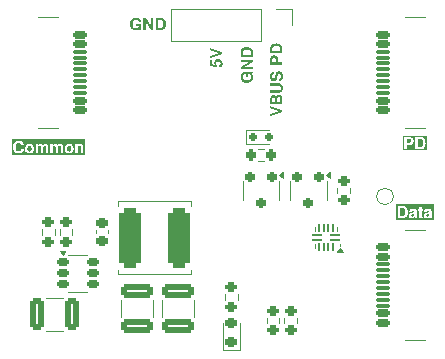
<source format=gbr>
G04 #@! TF.GenerationSoftware,KiCad,Pcbnew,8.0.8*
G04 #@! TF.CreationDate,2025-08-23T08:43:18-04:00*
G04 #@! TF.ProjectId,project-hw-usbc-mux-demux,70726f6a-6563-4742-9d68-772d75736263,rev?*
G04 #@! TF.SameCoordinates,Original*
G04 #@! TF.FileFunction,Legend,Top*
G04 #@! TF.FilePolarity,Positive*
%FSLAX46Y46*%
G04 Gerber Fmt 4.6, Leading zero omitted, Abs format (unit mm)*
G04 Created by KiCad (PCBNEW 8.0.8) date 2025-08-23 08:43:18*
%MOMM*%
%LPD*%
G01*
G04 APERTURE LIST*
G04 Aperture macros list*
%AMRoundRect*
0 Rectangle with rounded corners*
0 $1 Rounding radius*
0 $2 $3 $4 $5 $6 $7 $8 $9 X,Y pos of 4 corners*
0 Add a 4 corners polygon primitive as box body*
4,1,4,$2,$3,$4,$5,$6,$7,$8,$9,$2,$3,0*
0 Add four circle primitives for the rounded corners*
1,1,$1+$1,$2,$3*
1,1,$1+$1,$4,$5*
1,1,$1+$1,$6,$7*
1,1,$1+$1,$8,$9*
0 Add four rect primitives between the rounded corners*
20,1,$1+$1,$2,$3,$4,$5,0*
20,1,$1+$1,$4,$5,$6,$7,0*
20,1,$1+$1,$6,$7,$8,$9,0*
20,1,$1+$1,$8,$9,$2,$3,0*%
G04 Aperture macros list end*
%ADD10C,0.200000*%
%ADD11C,0.120000*%
%ADD12C,0.000000*%
%ADD13C,0.650000*%
%ADD14RoundRect,0.150000X0.415000X-0.150000X0.415000X0.150000X-0.415000X0.150000X-0.415000X-0.150000X0*%
%ADD15RoundRect,0.075000X0.500000X-0.075000X0.500000X0.075000X-0.500000X0.075000X-0.500000X-0.075000X0*%
%ADD16O,2.100000X1.000000*%
%ADD17O,1.800000X1.000000*%
%ADD18RoundRect,0.150000X-0.415000X0.150000X-0.415000X-0.150000X0.415000X-0.150000X0.415000X0.150000X0*%
%ADD19RoundRect,0.075000X-0.500000X0.075000X-0.500000X-0.075000X0.500000X-0.075000X0.500000X0.075000X0*%
%ADD20C,1.000000*%
%ADD21R,1.700000X1.700000*%
%ADD22O,1.700000X1.700000*%
%ADD23RoundRect,0.050000X0.375000X0.050000X-0.375000X0.050000X-0.375000X-0.050000X0.375000X-0.050000X0*%
%ADD24RoundRect,0.050000X0.050000X0.275000X-0.050000X0.275000X-0.050000X-0.275000X0.050000X-0.275000X0*%
%ADD25RoundRect,0.150000X-0.375000X-0.150000X0.375000X-0.150000X0.375000X0.150000X-0.375000X0.150000X0*%
%ADD26RoundRect,0.200000X-0.275000X0.200000X-0.275000X-0.200000X0.275000X-0.200000X0.275000X0.200000X0*%
%ADD27RoundRect,0.200000X-0.200000X-0.275000X0.200000X-0.275000X0.200000X0.275000X-0.200000X0.275000X0*%
%ADD28RoundRect,0.200000X0.275000X-0.200000X0.275000X0.200000X-0.275000X0.200000X-0.275000X-0.200000X0*%
%ADD29RoundRect,0.200000X-0.200000X0.250000X-0.200000X-0.250000X0.200000X-0.250000X0.200000X0.250000X0*%
%ADD30RoundRect,0.475000X-0.475000X-2.075000X0.475000X-2.075000X0.475000X2.075000X-0.475000X2.075000X0*%
%ADD31RoundRect,0.150000X0.150000X0.200000X-0.150000X0.200000X-0.150000X-0.200000X0.150000X-0.200000X0*%
%ADD32RoundRect,0.218750X0.256250X-0.218750X0.256250X0.218750X-0.256250X0.218750X-0.256250X-0.218750X0*%
%ADD33RoundRect,0.250000X-1.100000X0.325000X-1.100000X-0.325000X1.100000X-0.325000X1.100000X0.325000X0*%
%ADD34RoundRect,0.250000X-0.325000X-1.100000X0.325000X-1.100000X0.325000X1.100000X-0.325000X1.100000X0*%
%ADD35RoundRect,0.225000X0.250000X-0.225000X0.250000X0.225000X-0.250000X0.225000X-0.250000X-0.225000X0*%
G04 APERTURE END LIST*
D10*
G36*
X32949577Y-32212848D02*
G01*
X32993967Y-32237177D01*
X33027460Y-32273370D01*
X33046398Y-32305652D01*
X33063913Y-32353787D01*
X33073026Y-32402834D01*
X33076064Y-32457773D01*
X33074842Y-32491112D01*
X33067801Y-32540262D01*
X33052398Y-32589389D01*
X33025994Y-32636315D01*
X32992015Y-32672508D01*
X32948081Y-32696837D01*
X32897278Y-32704947D01*
X32845838Y-32696751D01*
X32801671Y-32672161D01*
X32767830Y-32635582D01*
X32751146Y-32608093D01*
X32732592Y-32561322D01*
X32721805Y-32507904D01*
X32718737Y-32454842D01*
X32719935Y-32421064D01*
X32726839Y-32371284D01*
X32741941Y-32321558D01*
X32767830Y-32274103D01*
X32801671Y-32237524D01*
X32845838Y-32212934D01*
X32897278Y-32204738D01*
X32949577Y-32212848D01*
G37*
G36*
X36311335Y-32212848D02*
G01*
X36355726Y-32237177D01*
X36389218Y-32273370D01*
X36408157Y-32305652D01*
X36425672Y-32353787D01*
X36434785Y-32402834D01*
X36437823Y-32457773D01*
X36436600Y-32491112D01*
X36429559Y-32540262D01*
X36414157Y-32589389D01*
X36387753Y-32636315D01*
X36353773Y-32672508D01*
X36309840Y-32696837D01*
X36259037Y-32704947D01*
X36207597Y-32696751D01*
X36163429Y-32672161D01*
X36129588Y-32635582D01*
X36112904Y-32608093D01*
X36094351Y-32561322D01*
X36083564Y-32507904D01*
X36080495Y-32454842D01*
X36081694Y-32421064D01*
X36088598Y-32371284D01*
X36103699Y-32321558D01*
X36129588Y-32274103D01*
X36163429Y-32237524D01*
X36207597Y-32212934D01*
X36259037Y-32204738D01*
X36311335Y-32212848D01*
G37*
G36*
X37567915Y-32972374D02*
G01*
X31401310Y-32972374D01*
X31401310Y-32321974D01*
X31512421Y-32321974D01*
X31512910Y-32352709D01*
X31516818Y-32411739D01*
X31524633Y-32467518D01*
X31536357Y-32520046D01*
X31551989Y-32569322D01*
X31571528Y-32615346D01*
X31601448Y-32668305D01*
X31637474Y-32716182D01*
X31670183Y-32750186D01*
X31714966Y-32786314D01*
X31764078Y-32815358D01*
X31817520Y-32837319D01*
X31875290Y-32852195D01*
X31924623Y-32858996D01*
X31976727Y-32861263D01*
X31988608Y-32861164D01*
X32045875Y-32857699D01*
X32099577Y-32849285D01*
X32149712Y-32835922D01*
X32196282Y-32817610D01*
X32239285Y-32794349D01*
X32286183Y-32759902D01*
X32314045Y-32733451D01*
X32349500Y-32689610D01*
X32377346Y-32640772D01*
X32397585Y-32586937D01*
X32408639Y-32538256D01*
X32414410Y-32486106D01*
X32209002Y-32486106D01*
X32206737Y-32503987D01*
X32194737Y-32552944D01*
X32172249Y-32599093D01*
X32140125Y-32636559D01*
X32128695Y-32645987D01*
X32085571Y-32670717D01*
X32034719Y-32685143D01*
X31982345Y-32689316D01*
X31967260Y-32688939D01*
X31917784Y-32681684D01*
X31867565Y-32662088D01*
X31824094Y-32630431D01*
X31791591Y-32592840D01*
X31783339Y-32580487D01*
X31758650Y-32532641D01*
X31742679Y-32485918D01*
X31735997Y-32454842D01*
X32521633Y-32454842D01*
X32523194Y-32501569D01*
X32529535Y-32556242D01*
X32540753Y-32606765D01*
X32560654Y-32661915D01*
X32587579Y-32711088D01*
X32621528Y-32754284D01*
X32647689Y-32779357D01*
X32691381Y-32810699D01*
X32740413Y-32834518D01*
X32794787Y-32850815D01*
X32844178Y-32858651D01*
X32897278Y-32861263D01*
X32929114Y-32860314D01*
X32979359Y-32854515D01*
X33035009Y-32840599D01*
X33085593Y-32819093D01*
X33131111Y-32789995D01*
X33171563Y-32753307D01*
X33200764Y-32717699D01*
X33229271Y-32670026D01*
X33250652Y-32616960D01*
X33263025Y-32568620D01*
X33270449Y-32516534D01*
X33272924Y-32460704D01*
X33270503Y-32401972D01*
X33263240Y-32347437D01*
X33251135Y-32297100D01*
X33234188Y-32250961D01*
X33207461Y-32201135D01*
X33173761Y-32157355D01*
X33147730Y-32131824D01*
X33104033Y-32099910D01*
X33054754Y-32075655D01*
X33016403Y-32064054D01*
X33415562Y-32064054D01*
X33415562Y-32830000D01*
X33612666Y-32830000D01*
X33612666Y-32370579D01*
X33613227Y-32353360D01*
X33622799Y-32304145D01*
X33648569Y-32260181D01*
X33655542Y-32253066D01*
X33697616Y-32227990D01*
X33747732Y-32220369D01*
X33781850Y-32224182D01*
X33825890Y-32247480D01*
X33843452Y-32270206D01*
X33854710Y-32319532D01*
X33854710Y-32830000D01*
X34051570Y-32830000D01*
X34051570Y-32370579D01*
X34052131Y-32353360D01*
X34061703Y-32304145D01*
X34087474Y-32260181D01*
X34094446Y-32253066D01*
X34136521Y-32227990D01*
X34186636Y-32220369D01*
X34220754Y-32224182D01*
X34264794Y-32247480D01*
X34282357Y-32270206D01*
X34293615Y-32319532D01*
X34293615Y-32830000D01*
X34490474Y-32830000D01*
X34490474Y-32286071D01*
X34488225Y-32245690D01*
X34478226Y-32197300D01*
X34457416Y-32150305D01*
X34426483Y-32111193D01*
X34396091Y-32086734D01*
X34349974Y-32064115D01*
X34349727Y-32064054D01*
X34667062Y-32064054D01*
X34667062Y-32830000D01*
X34864166Y-32830000D01*
X34864166Y-32370579D01*
X34864727Y-32353360D01*
X34874299Y-32304145D01*
X34900070Y-32260181D01*
X34907042Y-32253066D01*
X34949117Y-32227990D01*
X34999232Y-32220369D01*
X35033350Y-32224182D01*
X35077390Y-32247480D01*
X35094953Y-32270206D01*
X35106211Y-32319532D01*
X35106211Y-32830000D01*
X35303070Y-32830000D01*
X35303070Y-32370579D01*
X35303631Y-32353360D01*
X35313203Y-32304145D01*
X35338974Y-32260181D01*
X35345946Y-32253066D01*
X35388021Y-32227990D01*
X35438137Y-32220369D01*
X35472254Y-32224182D01*
X35516294Y-32247480D01*
X35533857Y-32270206D01*
X35545115Y-32319532D01*
X35545115Y-32830000D01*
X35741975Y-32830000D01*
X35741975Y-32454842D01*
X35883391Y-32454842D01*
X35884952Y-32501569D01*
X35891293Y-32556242D01*
X35902512Y-32606765D01*
X35922413Y-32661915D01*
X35949338Y-32711088D01*
X35983287Y-32754284D01*
X36009447Y-32779357D01*
X36053139Y-32810699D01*
X36102172Y-32834518D01*
X36156545Y-32850815D01*
X36205937Y-32858651D01*
X36259037Y-32861263D01*
X36290873Y-32860314D01*
X36341118Y-32854515D01*
X36396768Y-32840599D01*
X36447352Y-32819093D01*
X36492870Y-32789995D01*
X36533322Y-32753307D01*
X36562522Y-32717699D01*
X36591030Y-32670026D01*
X36612411Y-32616960D01*
X36624784Y-32568620D01*
X36632208Y-32516534D01*
X36634682Y-32460704D01*
X36632261Y-32401972D01*
X36624998Y-32347437D01*
X36612894Y-32297100D01*
X36595947Y-32250961D01*
X36569220Y-32201135D01*
X36535520Y-32157355D01*
X36509489Y-32131824D01*
X36465791Y-32099910D01*
X36416512Y-32075655D01*
X36378161Y-32064054D01*
X36777320Y-32064054D01*
X36777320Y-32830000D01*
X36974424Y-32830000D01*
X36974424Y-32370579D01*
X36975486Y-32350016D01*
X36988180Y-32302693D01*
X37017899Y-32261646D01*
X37038371Y-32245563D01*
X37083521Y-32226174D01*
X37133426Y-32220369D01*
X37188778Y-32228964D01*
X37232145Y-32259178D01*
X37253890Y-32304298D01*
X37259944Y-32357878D01*
X37259944Y-32830000D01*
X37456804Y-32830000D01*
X37456804Y-32314647D01*
X37453601Y-32261924D01*
X37442099Y-32208366D01*
X37422231Y-32161952D01*
X37389881Y-32118276D01*
X37348086Y-32084509D01*
X37303733Y-32063771D01*
X37252602Y-32051765D01*
X37202303Y-32048422D01*
X37184268Y-32048917D01*
X37133197Y-32056330D01*
X37086678Y-32072639D01*
X37044709Y-32097843D01*
X37007291Y-32131944D01*
X36974424Y-32174940D01*
X36974424Y-32064054D01*
X36777320Y-32064054D01*
X36378161Y-32064054D01*
X36361652Y-32059060D01*
X36311672Y-32051082D01*
X36257816Y-32048422D01*
X36225729Y-32049365D01*
X36175170Y-32055124D01*
X36119317Y-32068945D01*
X36068718Y-32090306D01*
X36023375Y-32119206D01*
X35983287Y-32155645D01*
X35954508Y-32191157D01*
X35926413Y-32239265D01*
X35905341Y-32293367D01*
X35893147Y-32343030D01*
X35885830Y-32396855D01*
X35883391Y-32454842D01*
X35741975Y-32454842D01*
X35741975Y-32286071D01*
X35739725Y-32245690D01*
X35729726Y-32197300D01*
X35708917Y-32150305D01*
X35677983Y-32111193D01*
X35647591Y-32086734D01*
X35601474Y-32064115D01*
X35553831Y-32052346D01*
X35499930Y-32048422D01*
X35458182Y-32051267D01*
X35404103Y-32064806D01*
X35355119Y-32089495D01*
X35311231Y-32125333D01*
X35277669Y-32164926D01*
X35257426Y-32131363D01*
X35221592Y-32093932D01*
X35177017Y-32067650D01*
X35123699Y-32052518D01*
X35071040Y-32048422D01*
X35059058Y-32048648D01*
X35007233Y-32055660D01*
X34959176Y-32074068D01*
X34935470Y-32088921D01*
X34896360Y-32122238D01*
X34862700Y-32159309D01*
X34862700Y-32064054D01*
X34667062Y-32064054D01*
X34349727Y-32064054D01*
X34302331Y-32052346D01*
X34248430Y-32048422D01*
X34206682Y-32051267D01*
X34152603Y-32064806D01*
X34103619Y-32089495D01*
X34059731Y-32125333D01*
X34026169Y-32164926D01*
X34005926Y-32131363D01*
X33970092Y-32093932D01*
X33925516Y-32067650D01*
X33872198Y-32052518D01*
X33819539Y-32048422D01*
X33807558Y-32048648D01*
X33755733Y-32055660D01*
X33707676Y-32074068D01*
X33683969Y-32088921D01*
X33644860Y-32122238D01*
X33611200Y-32159309D01*
X33611200Y-32064054D01*
X33415562Y-32064054D01*
X33016403Y-32064054D01*
X32999894Y-32059060D01*
X32949913Y-32051082D01*
X32896057Y-32048422D01*
X32863970Y-32049365D01*
X32813411Y-32055124D01*
X32757558Y-32068945D01*
X32706960Y-32090306D01*
X32661616Y-32119206D01*
X32621528Y-32155645D01*
X32592750Y-32191157D01*
X32564654Y-32239265D01*
X32543582Y-32293367D01*
X32531388Y-32343030D01*
X32524072Y-32396855D01*
X32521633Y-32454842D01*
X31735997Y-32454842D01*
X31731499Y-32433923D01*
X31725111Y-32376655D01*
X31723447Y-32324905D01*
X31723722Y-32303405D01*
X31726813Y-32252268D01*
X31735056Y-32195831D01*
X31748245Y-32144769D01*
X31766380Y-32099082D01*
X31793789Y-32052575D01*
X31807461Y-32035071D01*
X31843119Y-32000926D01*
X31890312Y-31973380D01*
X31937240Y-31959320D01*
X31989428Y-31954633D01*
X32032288Y-31957564D01*
X32088322Y-31972951D01*
X32134447Y-32001528D01*
X32170663Y-32043293D01*
X32193273Y-32088173D01*
X32209002Y-32142212D01*
X32410014Y-32142212D01*
X32406504Y-32111340D01*
X32396657Y-32062711D01*
X32378244Y-32009015D01*
X32352636Y-31960403D01*
X32319832Y-31916875D01*
X32279832Y-31878429D01*
X32241980Y-31850847D01*
X32192337Y-31823919D01*
X32138092Y-31803723D01*
X32089373Y-31792036D01*
X32037457Y-31785024D01*
X31982345Y-31782686D01*
X31942514Y-31783961D01*
X31891864Y-31789628D01*
X31832502Y-31803088D01*
X31777528Y-31823632D01*
X31726943Y-31851259D01*
X31680747Y-31885971D01*
X31638939Y-31927766D01*
X31616329Y-31955883D01*
X31583588Y-32006810D01*
X31561842Y-32051208D01*
X31544051Y-32098859D01*
X31530213Y-32149760D01*
X31520329Y-32203913D01*
X31514398Y-32261318D01*
X31512421Y-32321974D01*
X31401310Y-32321974D01*
X31401310Y-31671575D01*
X37567915Y-31671575D01*
X37567915Y-32972374D01*
G37*
G36*
X65494138Y-38021277D02*
G01*
X65491589Y-38062844D01*
X65479759Y-38111773D01*
X65453350Y-38157320D01*
X65433892Y-38175878D01*
X65389198Y-38198250D01*
X65338067Y-38204947D01*
X65303949Y-38201409D01*
X65259909Y-38179790D01*
X65243501Y-38160191D01*
X65231089Y-38110914D01*
X65233545Y-38084934D01*
X65256246Y-38041549D01*
X65296414Y-38017506D01*
X65343685Y-38003935D01*
X65411096Y-37990990D01*
X65446363Y-37982786D01*
X65494138Y-37966322D01*
X65494138Y-38021277D01*
G37*
G36*
X66759316Y-38021277D02*
G01*
X66756767Y-38062844D01*
X66744937Y-38111773D01*
X66718528Y-38157320D01*
X66699070Y-38175878D01*
X66654376Y-38198250D01*
X66603245Y-38204947D01*
X66569127Y-38201409D01*
X66525087Y-38179790D01*
X66508679Y-38160191D01*
X66496267Y-38110914D01*
X66498723Y-38084934D01*
X66521424Y-38041549D01*
X66561592Y-38017506D01*
X66608863Y-38003935D01*
X66676274Y-37990990D01*
X66711541Y-37982786D01*
X66759316Y-37966322D01*
X66759316Y-38021277D01*
G37*
G36*
X64520803Y-37473294D02*
G01*
X64570931Y-37486756D01*
X64613634Y-37510987D01*
X64648910Y-37545988D01*
X64676759Y-37591759D01*
X64697182Y-37648299D01*
X64707626Y-37697772D01*
X64713892Y-37753303D01*
X64715980Y-37814891D01*
X64715052Y-37856446D01*
X64710179Y-37913751D01*
X64701127Y-37965024D01*
X64682561Y-38024005D01*
X64656568Y-38072262D01*
X64623149Y-38109795D01*
X64582303Y-38136605D01*
X64534031Y-38152691D01*
X64478332Y-38158053D01*
X64288311Y-38158053D01*
X64288311Y-37470265D01*
X64478332Y-37470265D01*
X64520803Y-37473294D01*
G37*
G36*
X67108075Y-38472374D02*
G01*
X63966174Y-38472374D01*
X63966174Y-38158053D01*
X64077285Y-38158053D01*
X64077285Y-38330000D01*
X64478332Y-38330000D01*
X64505785Y-38329529D01*
X64557793Y-38325766D01*
X64617373Y-38315771D01*
X64670918Y-38299897D01*
X64718428Y-38278142D01*
X64759904Y-38250509D01*
X64801710Y-38209588D01*
X64824102Y-38181122D01*
X64853736Y-38134117D01*
X65033985Y-38134117D01*
X65035529Y-38165125D01*
X65046093Y-38216042D01*
X65066664Y-38260661D01*
X65097244Y-38298981D01*
X65122483Y-38320147D01*
X65165686Y-38343685D01*
X65215304Y-38357370D01*
X65264794Y-38361263D01*
X65311531Y-38357527D01*
X65364040Y-38343728D01*
X65414374Y-38319760D01*
X65455787Y-38291124D01*
X65495604Y-38255017D01*
X65498259Y-38285145D01*
X65518074Y-38330000D01*
X65731786Y-38330000D01*
X65731786Y-38306308D01*
X65729022Y-38303778D01*
X65698081Y-38263260D01*
X65686846Y-38214717D01*
X65686846Y-37781430D01*
X65681988Y-37726819D01*
X65667413Y-37679489D01*
X65635532Y-37630567D01*
X65591345Y-37595317D01*
X65799686Y-37595317D01*
X65799686Y-37720369D01*
X65896650Y-37720369D01*
X65896650Y-38183942D01*
X65898346Y-38215631D01*
X65911913Y-38269659D01*
X65939047Y-38311218D01*
X65979748Y-38340310D01*
X66034016Y-38356933D01*
X66089602Y-38361263D01*
X66105806Y-38361011D01*
X66154568Y-38356713D01*
X66203419Y-38345143D01*
X66203419Y-38200795D01*
X66158479Y-38204947D01*
X66153667Y-38204886D01*
X66106455Y-38189316D01*
X66098716Y-38172669D01*
X66094797Y-38134117D01*
X66299163Y-38134117D01*
X66300707Y-38165125D01*
X66311271Y-38216042D01*
X66331842Y-38260661D01*
X66362422Y-38298981D01*
X66387661Y-38320147D01*
X66430864Y-38343685D01*
X66480482Y-38357370D01*
X66529972Y-38361263D01*
X66576709Y-38357527D01*
X66629217Y-38343728D01*
X66679552Y-38319760D01*
X66720965Y-38291124D01*
X66760782Y-38255017D01*
X66763437Y-38285145D01*
X66783252Y-38330000D01*
X66996964Y-38330000D01*
X66996964Y-38306308D01*
X66994200Y-38303778D01*
X66963259Y-38263260D01*
X66952024Y-38214717D01*
X66952024Y-37781430D01*
X66947166Y-37726819D01*
X66932591Y-37679489D01*
X66900710Y-37630567D01*
X66853646Y-37593022D01*
X66805065Y-37571177D01*
X66746767Y-37556614D01*
X66696668Y-37550470D01*
X66641103Y-37548422D01*
X66622226Y-37548667D01*
X66568975Y-37552330D01*
X66505853Y-37564054D01*
X66451738Y-37583593D01*
X66406629Y-37610949D01*
X66370527Y-37646120D01*
X66343432Y-37689106D01*
X66325342Y-37739909D01*
X66316260Y-37798527D01*
X66506036Y-37798527D01*
X66513561Y-37765817D01*
X66542673Y-37725010D01*
X66544562Y-37723763D01*
X66593094Y-37708084D01*
X66645255Y-37704738D01*
X66700392Y-37710920D01*
X66743276Y-37735268D01*
X66759316Y-37782896D01*
X66754920Y-37810983D01*
X66738800Y-37832721D01*
X66718283Y-37847864D01*
X66689463Y-37858122D01*
X66662108Y-37864473D01*
X66629867Y-37870334D01*
X66601780Y-37873998D01*
X66522889Y-37888408D01*
X66482907Y-37897208D01*
X66425009Y-37918420D01*
X66378035Y-37947812D01*
X66341985Y-37985386D01*
X66316860Y-38031141D01*
X66302658Y-38085077D01*
X66300817Y-38110914D01*
X66299163Y-38134117D01*
X66094797Y-38134117D01*
X66093754Y-38123859D01*
X66093754Y-37720369D01*
X66203419Y-37720369D01*
X66203419Y-37595317D01*
X66093754Y-37595317D01*
X66093754Y-37392107D01*
X65896650Y-37392107D01*
X65896650Y-37595317D01*
X65799686Y-37595317D01*
X65591345Y-37595317D01*
X65588468Y-37593022D01*
X65539887Y-37571177D01*
X65481589Y-37556614D01*
X65431490Y-37550470D01*
X65375925Y-37548422D01*
X65357048Y-37548667D01*
X65303797Y-37552330D01*
X65240675Y-37564054D01*
X65186560Y-37583593D01*
X65141452Y-37610949D01*
X65105349Y-37646120D01*
X65078254Y-37689106D01*
X65060164Y-37739909D01*
X65051082Y-37798527D01*
X65240858Y-37798527D01*
X65248383Y-37765817D01*
X65277495Y-37725010D01*
X65279384Y-37723763D01*
X65327916Y-37708084D01*
X65380077Y-37704738D01*
X65435214Y-37710920D01*
X65478098Y-37735268D01*
X65494138Y-37782896D01*
X65489742Y-37810983D01*
X65473622Y-37832721D01*
X65453105Y-37847864D01*
X65424285Y-37858122D01*
X65396930Y-37864473D01*
X65364690Y-37870334D01*
X65336602Y-37873998D01*
X65257711Y-37888408D01*
X65217729Y-37897208D01*
X65159831Y-37918420D01*
X65112857Y-37947812D01*
X65076807Y-37985386D01*
X65051682Y-38031141D01*
X65037480Y-38085077D01*
X65035639Y-38110914D01*
X65033985Y-38134117D01*
X64853736Y-38134117D01*
X64856527Y-38129690D01*
X64878062Y-38084955D01*
X64895682Y-38037030D01*
X64909386Y-37985915D01*
X64919175Y-37931609D01*
X64925049Y-37874113D01*
X64927006Y-37813426D01*
X64925905Y-37768110D01*
X64921011Y-37710320D01*
X64912201Y-37655537D01*
X64899475Y-37603761D01*
X64882834Y-37554993D01*
X64862278Y-37509231D01*
X64837806Y-37466477D01*
X64801710Y-37417264D01*
X64795110Y-37409611D01*
X64759223Y-37375327D01*
X64718517Y-37347673D01*
X64672994Y-37326650D01*
X64632068Y-37314255D01*
X64579859Y-37304543D01*
X64527969Y-37299673D01*
X64478332Y-37298318D01*
X64077285Y-37298318D01*
X64077285Y-38158053D01*
X63966174Y-38158053D01*
X63966174Y-37187207D01*
X67108075Y-37187207D01*
X67108075Y-38472374D01*
G37*
G36*
X65070219Y-31641621D02*
G01*
X65121098Y-31652475D01*
X65164655Y-31678855D01*
X65182179Y-31700730D01*
X65199978Y-31747281D01*
X65204711Y-31797313D01*
X65200692Y-31842134D01*
X65181561Y-31892121D01*
X65146676Y-31927218D01*
X65096036Y-31947426D01*
X65040091Y-31952896D01*
X64843231Y-31952896D01*
X64843231Y-31640265D01*
X65040091Y-31640265D01*
X65070219Y-31641621D01*
G37*
G36*
X66023385Y-31643294D02*
G01*
X66073514Y-31656756D01*
X66116216Y-31680987D01*
X66151492Y-31715988D01*
X66179341Y-31761759D01*
X66199764Y-31818299D01*
X66210208Y-31867772D01*
X66216474Y-31923303D01*
X66218563Y-31984891D01*
X66217634Y-32026446D01*
X66212761Y-32083751D01*
X66203710Y-32135024D01*
X66185143Y-32194005D01*
X66159151Y-32242262D01*
X66125731Y-32279795D01*
X66084886Y-32306605D01*
X66036613Y-32322691D01*
X65980914Y-32328053D01*
X65790894Y-32328053D01*
X65790894Y-31640265D01*
X65980914Y-31640265D01*
X66023385Y-31643294D01*
G37*
G36*
X66540700Y-32611111D02*
G01*
X64521094Y-32611111D01*
X64521094Y-31952896D01*
X64632205Y-31952896D01*
X64632205Y-32500000D01*
X64843231Y-32500000D01*
X64843231Y-32328053D01*
X65579868Y-32328053D01*
X65579868Y-32500000D01*
X65980914Y-32500000D01*
X66008367Y-32499529D01*
X66060375Y-32495766D01*
X66119955Y-32485771D01*
X66173500Y-32469897D01*
X66221010Y-32448142D01*
X66262486Y-32420509D01*
X66304292Y-32379588D01*
X66326684Y-32351122D01*
X66359109Y-32299690D01*
X66380645Y-32254955D01*
X66398264Y-32207030D01*
X66411969Y-32155915D01*
X66421758Y-32101609D01*
X66427631Y-32044113D01*
X66429589Y-31983426D01*
X66428487Y-31938110D01*
X66423593Y-31880320D01*
X66414783Y-31825537D01*
X66402058Y-31773761D01*
X66385417Y-31724993D01*
X66364860Y-31679231D01*
X66340388Y-31636477D01*
X66304292Y-31587264D01*
X66297693Y-31579611D01*
X66261805Y-31545327D01*
X66221100Y-31517673D01*
X66175576Y-31496650D01*
X66134650Y-31484255D01*
X66082441Y-31474543D01*
X66030551Y-31469673D01*
X65980914Y-31468318D01*
X65579868Y-31468318D01*
X65579868Y-32328053D01*
X64843231Y-32328053D01*
X64843231Y-32124842D01*
X65106281Y-32124842D01*
X65140570Y-32123400D01*
X65196334Y-32113933D01*
X65246699Y-32095631D01*
X65291663Y-32068493D01*
X65331228Y-32032519D01*
X65364157Y-31989005D01*
X65388998Y-31939460D01*
X65403853Y-31892194D01*
X65412766Y-31840496D01*
X65415737Y-31784368D01*
X65413655Y-31738060D01*
X65405664Y-31687181D01*
X65388766Y-31634290D01*
X65363710Y-31588365D01*
X65330496Y-31549406D01*
X65289710Y-31517810D01*
X65241725Y-31493975D01*
X65194865Y-31479721D01*
X65142715Y-31471168D01*
X65085276Y-31468318D01*
X64632205Y-31468318D01*
X64632205Y-31952896D01*
X64521094Y-31952896D01*
X64521094Y-31357207D01*
X66540700Y-31357207D01*
X66540700Y-32611111D01*
G37*
G36*
X54315000Y-29194766D02*
G01*
X54315000Y-29373551D01*
X53283318Y-29719644D01*
X53283318Y-29507152D01*
X54060254Y-29279274D01*
X53283318Y-29055547D01*
X53283318Y-28843056D01*
X54315000Y-29194766D01*
G37*
G36*
X54072955Y-27889593D02*
G01*
X54120826Y-27902233D01*
X54167660Y-27924214D01*
X54208138Y-27951863D01*
X54213883Y-27956454D01*
X54248050Y-27992944D01*
X54274365Y-28037503D01*
X54287400Y-28068318D01*
X54301954Y-28117643D01*
X54310445Y-28166768D01*
X54314568Y-28220374D01*
X54315000Y-28245638D01*
X54315000Y-28707013D01*
X53283318Y-28707013D01*
X53283318Y-28266643D01*
X53455265Y-28266643D01*
X53455265Y-28495987D01*
X53705369Y-28495987D01*
X53705369Y-28266643D01*
X53703430Y-28244173D01*
X53877316Y-28244173D01*
X53877316Y-28495987D01*
X54143053Y-28495987D01*
X54143053Y-28244173D01*
X54138407Y-28191133D01*
X54121245Y-28143123D01*
X54086147Y-28106543D01*
X54034531Y-28089473D01*
X54010917Y-28088101D01*
X53958860Y-28095570D01*
X53915022Y-28122394D01*
X53887884Y-28168728D01*
X53877838Y-28225273D01*
X53877316Y-28244173D01*
X53703430Y-28244173D01*
X53700999Y-28216010D01*
X53681574Y-28164796D01*
X53641146Y-28129440D01*
X53588698Y-28117800D01*
X53581050Y-28117655D01*
X53532038Y-28124784D01*
X53486711Y-28154902D01*
X53463126Y-28201461D01*
X53455388Y-28257477D01*
X53455265Y-28266643D01*
X53283318Y-28266643D01*
X53283318Y-28249790D01*
X53285578Y-28198002D01*
X53293392Y-28145308D01*
X53306787Y-28097719D01*
X53311894Y-28084438D01*
X53335479Y-28037177D01*
X53366300Y-27997140D01*
X53385167Y-27980390D01*
X53426816Y-27952290D01*
X53472850Y-27930565D01*
X53520472Y-27917925D01*
X53556870Y-27914933D01*
X53605882Y-27919501D01*
X53653011Y-27934760D01*
X53675816Y-27947417D01*
X53716541Y-27980828D01*
X53751379Y-28020370D01*
X53776933Y-28055617D01*
X53809037Y-28006574D01*
X53843527Y-27965843D01*
X53880402Y-27933425D01*
X53927800Y-27905496D01*
X53978633Y-27889536D01*
X54023618Y-27885380D01*
X54072955Y-27889593D01*
G37*
G36*
X54336249Y-27206629D02*
G01*
X54343436Y-27256893D01*
X54346223Y-27308767D01*
X54346263Y-27315805D01*
X54344062Y-27367719D01*
X54337461Y-27418130D01*
X54336249Y-27424738D01*
X54323655Y-27474841D01*
X54305703Y-27522766D01*
X54301078Y-27533182D01*
X54276140Y-27578889D01*
X54245780Y-27618987D01*
X54236109Y-27629413D01*
X54196485Y-27662298D01*
X54150734Y-27687811D01*
X54130840Y-27696336D01*
X54083454Y-27711076D01*
X54031969Y-27719697D01*
X53981608Y-27722226D01*
X53283318Y-27722226D01*
X53283318Y-27511200D01*
X53988691Y-27511200D01*
X54042167Y-27506429D01*
X54094374Y-27488111D01*
X54133529Y-27456054D01*
X54159632Y-27410259D01*
X54171415Y-27361601D01*
X54174316Y-27315805D01*
X54169784Y-27259445D01*
X54152381Y-27204421D01*
X54121927Y-27163154D01*
X54078422Y-27135642D01*
X54021864Y-27121886D01*
X53988691Y-27120167D01*
X53283318Y-27120167D01*
X53283318Y-26909141D01*
X53981608Y-26909141D01*
X54031969Y-26911693D01*
X54083454Y-26920396D01*
X54130840Y-26935275D01*
X54176441Y-26956788D01*
X54217548Y-26984821D01*
X54236109Y-27001953D01*
X54268019Y-27040495D01*
X54294506Y-27084740D01*
X54301078Y-27098429D01*
X54320312Y-27146428D01*
X54334279Y-27196713D01*
X54336249Y-27206629D01*
G37*
G36*
X53595949Y-25937055D02*
G01*
X53595949Y-26133914D01*
X53542826Y-26144902D01*
X53494740Y-26174847D01*
X53465431Y-26215193D01*
X53447113Y-26269089D01*
X53440244Y-26324352D01*
X53439633Y-26349092D01*
X53443760Y-26401194D01*
X53457676Y-26448947D01*
X53474560Y-26478541D01*
X53512280Y-26512902D01*
X53560412Y-26526226D01*
X53567616Y-26526413D01*
X53617259Y-26516215D01*
X53652369Y-26485624D01*
X53673987Y-26440632D01*
X53689519Y-26389895D01*
X53701258Y-26339207D01*
X53702683Y-26332240D01*
X53732725Y-26172016D01*
X53744505Y-26121432D01*
X53761636Y-26069298D01*
X53782413Y-26024574D01*
X53810623Y-25982533D01*
X53826514Y-25965143D01*
X53867721Y-25933855D01*
X53917429Y-25912807D01*
X53968751Y-25902694D01*
X54011650Y-25900418D01*
X54068222Y-25904325D01*
X54119968Y-25916046D01*
X54166888Y-25935581D01*
X54208983Y-25962929D01*
X54246252Y-25998091D01*
X54257602Y-26011549D01*
X54287733Y-26056288D01*
X54311630Y-26107158D01*
X54326782Y-26154233D01*
X54337604Y-26205566D01*
X54344098Y-26261157D01*
X54346263Y-26321004D01*
X54344199Y-26380447D01*
X54338010Y-26435584D01*
X54327694Y-26486416D01*
X54309868Y-26541731D01*
X54286100Y-26590847D01*
X54261755Y-26627041D01*
X54227437Y-26664413D01*
X54187863Y-26694829D01*
X54143035Y-26718291D01*
X54092952Y-26734798D01*
X54037614Y-26744349D01*
X54018000Y-26745987D01*
X54018000Y-26540579D01*
X54066119Y-26530396D01*
X54108869Y-26504871D01*
X54134260Y-26475854D01*
X54157065Y-26429562D01*
X54169582Y-26377660D01*
X54174159Y-26322954D01*
X54174316Y-26309769D01*
X54171456Y-26259101D01*
X54161572Y-26210281D01*
X54140392Y-26162087D01*
X54138168Y-26158583D01*
X54104242Y-26122527D01*
X54057520Y-26104255D01*
X54038272Y-26102895D01*
X53987146Y-26112502D01*
X53946098Y-26143925D01*
X53943995Y-26146615D01*
X53919105Y-26192177D01*
X53903086Y-26241159D01*
X53892229Y-26289069D01*
X53890994Y-26295603D01*
X53863394Y-26439218D01*
X53851027Y-26494585D01*
X53836272Y-26543632D01*
X53816041Y-26592866D01*
X53788942Y-26638600D01*
X53769849Y-26661479D01*
X53729490Y-26693475D01*
X53680127Y-26715000D01*
X53628691Y-26725342D01*
X53585446Y-26727669D01*
X53530981Y-26724088D01*
X53481341Y-26713346D01*
X53429528Y-26691763D01*
X53384283Y-26660432D01*
X53350729Y-26625819D01*
X53322507Y-26584641D01*
X53300125Y-26537674D01*
X53283581Y-26484921D01*
X53274255Y-26436539D01*
X53268984Y-26384137D01*
X53267686Y-26339323D01*
X53269243Y-26289981D01*
X53274333Y-26239126D01*
X53274769Y-26236008D01*
X53284454Y-26187726D01*
X53299401Y-26140242D01*
X53303346Y-26129762D01*
X53324797Y-26083554D01*
X53353176Y-26040581D01*
X53359521Y-26032798D01*
X53397657Y-25997510D01*
X53440171Y-25971703D01*
X53455020Y-25964654D01*
X53503461Y-25947836D01*
X53552511Y-25939238D01*
X53595949Y-25937055D01*
G37*
G36*
X53655496Y-24567625D02*
G01*
X53707194Y-24576538D01*
X53754460Y-24591393D01*
X53804005Y-24616234D01*
X53847519Y-24649162D01*
X53883493Y-24688727D01*
X53910631Y-24733692D01*
X53928933Y-24784056D01*
X53938400Y-24839820D01*
X53939842Y-24874110D01*
X53939842Y-25137159D01*
X54315000Y-25137159D01*
X54315000Y-25348185D01*
X53283318Y-25348185D01*
X53283318Y-24940300D01*
X53455265Y-24940300D01*
X53455265Y-25137159D01*
X53767896Y-25137159D01*
X53767896Y-24940300D01*
X53762426Y-24884355D01*
X53742218Y-24833715D01*
X53707121Y-24798830D01*
X53657134Y-24779699D01*
X53612313Y-24775680D01*
X53562281Y-24780413D01*
X53515730Y-24798211D01*
X53493855Y-24815736D01*
X53467475Y-24859293D01*
X53456621Y-24910172D01*
X53455265Y-24940300D01*
X53283318Y-24940300D01*
X53283318Y-24895115D01*
X53286168Y-24837676D01*
X53294721Y-24785526D01*
X53308975Y-24738666D01*
X53332810Y-24690680D01*
X53364406Y-24649895D01*
X53403365Y-24616681D01*
X53449290Y-24591625D01*
X53502181Y-24574726D01*
X53553060Y-24566735D01*
X53599368Y-24564654D01*
X53655496Y-24567625D01*
G37*
G36*
X53859113Y-23552760D02*
G01*
X53916609Y-23558633D01*
X53970915Y-23568422D01*
X54022030Y-23582126D01*
X54069955Y-23599746D01*
X54114690Y-23621281D01*
X54166122Y-23653707D01*
X54194588Y-23676099D01*
X54235509Y-23717904D01*
X54263142Y-23759380D01*
X54284897Y-23806891D01*
X54300771Y-23860436D01*
X54310766Y-23920015D01*
X54314529Y-23972024D01*
X54315000Y-23999476D01*
X54315000Y-24400523D01*
X53283318Y-24400523D01*
X53283318Y-23999476D01*
X53455265Y-23999476D01*
X53455265Y-24189497D01*
X54143053Y-24189497D01*
X54143053Y-23999476D01*
X54137691Y-23943777D01*
X54121605Y-23895505D01*
X54094795Y-23854659D01*
X54057262Y-23821240D01*
X54009005Y-23795247D01*
X53950024Y-23776681D01*
X53898751Y-23767630D01*
X53841446Y-23762756D01*
X53799891Y-23761828D01*
X53738303Y-23763917D01*
X53682772Y-23770183D01*
X53633299Y-23780626D01*
X53576759Y-23801049D01*
X53530988Y-23828898D01*
X53495987Y-23864174D01*
X53471756Y-23906877D01*
X53458294Y-23957006D01*
X53455265Y-23999476D01*
X53283318Y-23999476D01*
X53284673Y-23949840D01*
X53289543Y-23897950D01*
X53299255Y-23845740D01*
X53311650Y-23804815D01*
X53332673Y-23759291D01*
X53360327Y-23718585D01*
X53394611Y-23682698D01*
X53402264Y-23676099D01*
X53451477Y-23640002D01*
X53494231Y-23615530D01*
X53539993Y-23594974D01*
X53588761Y-23578333D01*
X53640537Y-23565608D01*
X53695320Y-23556798D01*
X53753110Y-23551903D01*
X53798426Y-23550802D01*
X53859113Y-23552760D01*
G37*
G36*
X48214581Y-24917759D02*
G01*
X48386528Y-24917759D01*
X48386528Y-25330041D01*
X48600973Y-25362526D01*
X48572873Y-25316439D01*
X48553970Y-25268304D01*
X48544262Y-25218122D01*
X48542843Y-25189357D01*
X48546183Y-25139503D01*
X48558524Y-25085898D01*
X48579957Y-25037202D01*
X48610482Y-24993414D01*
X48637854Y-24965143D01*
X48682049Y-24931358D01*
X48731714Y-24905871D01*
X48778637Y-24890629D01*
X48829579Y-24881485D01*
X48884539Y-24878436D01*
X48933628Y-24880875D01*
X48988537Y-24890240D01*
X49039084Y-24906629D01*
X49085269Y-24930042D01*
X49127092Y-24960479D01*
X49146367Y-24978332D01*
X49180316Y-25017922D01*
X49207241Y-25061771D01*
X49227142Y-25109879D01*
X49240019Y-25162246D01*
X49245872Y-25218873D01*
X49246263Y-25238695D01*
X49243532Y-25291110D01*
X49235340Y-25339731D01*
X49218881Y-25391658D01*
X49194989Y-25438419D01*
X49168593Y-25474389D01*
X49132215Y-25509825D01*
X49091256Y-25536846D01*
X49045715Y-25555453D01*
X48995593Y-25565644D01*
X48964895Y-25567690D01*
X48964895Y-25373761D01*
X49012766Y-25362480D01*
X49053372Y-25326611D01*
X49070469Y-25280503D01*
X49074316Y-25235764D01*
X49067309Y-25184324D01*
X49043905Y-25138597D01*
X49024490Y-25118283D01*
X48982072Y-25092088D01*
X48934318Y-25078696D01*
X48888935Y-25075296D01*
X48837244Y-25079494D01*
X48788978Y-25093809D01*
X48749717Y-25118283D01*
X48716982Y-25158292D01*
X48700936Y-25208862D01*
X48699159Y-25235764D01*
X48705265Y-25288629D01*
X48728712Y-25336073D01*
X48761685Y-25362281D01*
X48761685Y-25539602D01*
X48214581Y-25450942D01*
X48214581Y-24917759D01*
G37*
G36*
X49215000Y-24275156D02*
G01*
X49215000Y-24453942D01*
X48183318Y-24800034D01*
X48183318Y-24587543D01*
X48960254Y-24359664D01*
X48183318Y-24135938D01*
X48183318Y-23923447D01*
X49215000Y-24275156D01*
G37*
G36*
X51111580Y-26144730D02*
G01*
X51062045Y-26165523D01*
X51020905Y-26192791D01*
X50982620Y-26234062D01*
X50956425Y-26284657D01*
X50943831Y-26333943D01*
X50939633Y-26389705D01*
X50944355Y-26445433D01*
X50958520Y-26495714D01*
X50982129Y-26540548D01*
X51015181Y-26579936D01*
X51038307Y-26599999D01*
X51085065Y-26629882D01*
X51130855Y-26649654D01*
X51181917Y-26664034D01*
X51238251Y-26673021D01*
X51289224Y-26676391D01*
X51310638Y-26676691D01*
X51368272Y-26673797D01*
X51421921Y-26665116D01*
X51471586Y-26650647D01*
X51517267Y-26630392D01*
X51558964Y-26604348D01*
X51571978Y-26594381D01*
X51611854Y-26556185D01*
X51641935Y-26513618D01*
X51662223Y-26466679D01*
X51672717Y-26415370D01*
X51674316Y-26384088D01*
X51669431Y-26338414D01*
X51655305Y-26291170D01*
X51649159Y-26275644D01*
X51626394Y-26232138D01*
X51609347Y-26208233D01*
X51573165Y-26173895D01*
X51540471Y-26153278D01*
X51493210Y-26133922D01*
X51443357Y-26124094D01*
X51439842Y-26123725D01*
X51439842Y-26357221D01*
X51267896Y-26357221D01*
X51267896Y-25946405D01*
X51815000Y-25946405D01*
X51815000Y-26073167D01*
X51688726Y-26098568D01*
X51731391Y-26132818D01*
X51767062Y-26169348D01*
X51798494Y-26212610D01*
X51808649Y-26230703D01*
X51828484Y-26279375D01*
X51840055Y-26328360D01*
X51845675Y-26382252D01*
X51846263Y-26407779D01*
X51843908Y-26458731D01*
X51836844Y-26507415D01*
X51821392Y-26565083D01*
X51798581Y-26619209D01*
X51768412Y-26669793D01*
X51730885Y-26716834D01*
X51695565Y-26751918D01*
X51656627Y-26783746D01*
X51615163Y-26811330D01*
X51571173Y-26834670D01*
X51524656Y-26853767D01*
X51475613Y-26868620D01*
X51424043Y-26879229D01*
X51369947Y-26885595D01*
X51313325Y-26887717D01*
X51254058Y-26885564D01*
X51197645Y-26879107D01*
X51144087Y-26868345D01*
X51093384Y-26853278D01*
X51045535Y-26833907D01*
X51000541Y-26810231D01*
X50958402Y-26782250D01*
X50919117Y-26749964D01*
X50883625Y-26714167D01*
X50852866Y-26675775D01*
X50821071Y-26624136D01*
X50796671Y-26568442D01*
X50782474Y-26520967D01*
X50773010Y-26470897D01*
X50768278Y-26418232D01*
X50767686Y-26390927D01*
X50769952Y-26334535D01*
X50776750Y-26281375D01*
X50788079Y-26231447D01*
X50803941Y-26184751D01*
X50828957Y-26132982D01*
X50860498Y-26085867D01*
X50897530Y-26044500D01*
X50939198Y-26010156D01*
X50985503Y-25982836D01*
X51036445Y-25962540D01*
X51092023Y-25949268D01*
X51111580Y-25946405D01*
X51111580Y-26144730D01*
G37*
G36*
X51815000Y-25131611D02*
G01*
X51101810Y-25543648D01*
X51815000Y-25543648D01*
X51815000Y-25754674D01*
X50783318Y-25754674D01*
X50783318Y-25538031D01*
X51485272Y-25131611D01*
X50783318Y-25131611D01*
X50783318Y-24920585D01*
X51815000Y-24920585D01*
X51815000Y-25131611D01*
G37*
G36*
X51359113Y-23852759D02*
G01*
X51416609Y-23858632D01*
X51470915Y-23868421D01*
X51522030Y-23882125D01*
X51569955Y-23899745D01*
X51614690Y-23921280D01*
X51666122Y-23953706D01*
X51694588Y-23976098D01*
X51735509Y-24017903D01*
X51763142Y-24059379D01*
X51784897Y-24106890D01*
X51800771Y-24160435D01*
X51810766Y-24220014D01*
X51814529Y-24272023D01*
X51815000Y-24299475D01*
X51815000Y-24700522D01*
X50783318Y-24700522D01*
X50783318Y-24299475D01*
X50955265Y-24299475D01*
X50955265Y-24489496D01*
X51643053Y-24489496D01*
X51643053Y-24299475D01*
X51637691Y-24243776D01*
X51621605Y-24195504D01*
X51594795Y-24154658D01*
X51557262Y-24121239D01*
X51509005Y-24095246D01*
X51450024Y-24076680D01*
X51398751Y-24067629D01*
X51341446Y-24062755D01*
X51299891Y-24061827D01*
X51238303Y-24063916D01*
X51182772Y-24070182D01*
X51133299Y-24080625D01*
X51076759Y-24101048D01*
X51030988Y-24128898D01*
X50995987Y-24164173D01*
X50971756Y-24206876D01*
X50958294Y-24257005D01*
X50955265Y-24299475D01*
X50783318Y-24299475D01*
X50784673Y-24249839D01*
X50789543Y-24197949D01*
X50799255Y-24145740D01*
X50811650Y-24104814D01*
X50832673Y-24059290D01*
X50860327Y-24018584D01*
X50894611Y-23982697D01*
X50902264Y-23976098D01*
X50951477Y-23940001D01*
X50994231Y-23915529D01*
X51039993Y-23894973D01*
X51088761Y-23878332D01*
X51140537Y-23865607D01*
X51195320Y-23856797D01*
X51253110Y-23851902D01*
X51298426Y-23850801D01*
X51359113Y-23852759D01*
G37*
G36*
X42155269Y-21711580D02*
G01*
X42134476Y-21662045D01*
X42107208Y-21620905D01*
X42065937Y-21582620D01*
X42015342Y-21556425D01*
X41966056Y-21543831D01*
X41910294Y-21539633D01*
X41854566Y-21544355D01*
X41804285Y-21558520D01*
X41759451Y-21582129D01*
X41720063Y-21615181D01*
X41700000Y-21638307D01*
X41670117Y-21685065D01*
X41650345Y-21730855D01*
X41635965Y-21781917D01*
X41626978Y-21838251D01*
X41623608Y-21889224D01*
X41623308Y-21910638D01*
X41626202Y-21968272D01*
X41634883Y-22021921D01*
X41649352Y-22071586D01*
X41669607Y-22117267D01*
X41695651Y-22158964D01*
X41705618Y-22171978D01*
X41743814Y-22211854D01*
X41786381Y-22241935D01*
X41833320Y-22262223D01*
X41884629Y-22272717D01*
X41915911Y-22274316D01*
X41961585Y-22269431D01*
X42008829Y-22255305D01*
X42024355Y-22249159D01*
X42067861Y-22226394D01*
X42091766Y-22209347D01*
X42126104Y-22173165D01*
X42146721Y-22140471D01*
X42166077Y-22093210D01*
X42175905Y-22043357D01*
X42176274Y-22039842D01*
X41942778Y-22039842D01*
X41942778Y-21867896D01*
X42353594Y-21867896D01*
X42353594Y-22415000D01*
X42226832Y-22415000D01*
X42201431Y-22288726D01*
X42167181Y-22331391D01*
X42130651Y-22367062D01*
X42087389Y-22398494D01*
X42069296Y-22408649D01*
X42020624Y-22428484D01*
X41971639Y-22440055D01*
X41917747Y-22445675D01*
X41892220Y-22446263D01*
X41841268Y-22443908D01*
X41792584Y-22436844D01*
X41734916Y-22421392D01*
X41680790Y-22398581D01*
X41630206Y-22368412D01*
X41583165Y-22330885D01*
X41548081Y-22295565D01*
X41516253Y-22256627D01*
X41488669Y-22215163D01*
X41465329Y-22171173D01*
X41446232Y-22124656D01*
X41431379Y-22075613D01*
X41420770Y-22024043D01*
X41414404Y-21969947D01*
X41412282Y-21913325D01*
X41414435Y-21854058D01*
X41420892Y-21797645D01*
X41431654Y-21744087D01*
X41446721Y-21693384D01*
X41466092Y-21645535D01*
X41489768Y-21600541D01*
X41517749Y-21558402D01*
X41550035Y-21519117D01*
X41585832Y-21483625D01*
X41624224Y-21452866D01*
X41675863Y-21421071D01*
X41731557Y-21396671D01*
X41779032Y-21382474D01*
X41829102Y-21373010D01*
X41881767Y-21368278D01*
X41909072Y-21367686D01*
X41965464Y-21369952D01*
X42018624Y-21376750D01*
X42068552Y-21388079D01*
X42115248Y-21403941D01*
X42167017Y-21428957D01*
X42214132Y-21460498D01*
X42255499Y-21497530D01*
X42289843Y-21539198D01*
X42317163Y-21585503D01*
X42337459Y-21636445D01*
X42350731Y-21692023D01*
X42353594Y-21711580D01*
X42155269Y-21711580D01*
G37*
G36*
X43168388Y-22415000D02*
G01*
X42756351Y-21701810D01*
X42756351Y-22415000D01*
X42545325Y-22415000D01*
X42545325Y-21383318D01*
X42761968Y-21383318D01*
X43168388Y-22085272D01*
X43168388Y-21383318D01*
X43379414Y-21383318D01*
X43379414Y-22415000D01*
X43168388Y-22415000D01*
G37*
G36*
X44050160Y-21384673D02*
G01*
X44102050Y-21389543D01*
X44154259Y-21399255D01*
X44195185Y-21411650D01*
X44240709Y-21432673D01*
X44281415Y-21460327D01*
X44317302Y-21494611D01*
X44323901Y-21502264D01*
X44359998Y-21551477D01*
X44384470Y-21594231D01*
X44405026Y-21639993D01*
X44421667Y-21688761D01*
X44434392Y-21740537D01*
X44443202Y-21795320D01*
X44448097Y-21853110D01*
X44449198Y-21898426D01*
X44447240Y-21959113D01*
X44441367Y-22016609D01*
X44431578Y-22070915D01*
X44417874Y-22122030D01*
X44400254Y-22169955D01*
X44378719Y-22214690D01*
X44346293Y-22266122D01*
X44323901Y-22294588D01*
X44282096Y-22335509D01*
X44240620Y-22363142D01*
X44193109Y-22384897D01*
X44139564Y-22400771D01*
X44079985Y-22410766D01*
X44027976Y-22414529D01*
X44000524Y-22415000D01*
X43599477Y-22415000D01*
X43599477Y-22243053D01*
X43810503Y-22243053D01*
X44000524Y-22243053D01*
X44056223Y-22237691D01*
X44104495Y-22221605D01*
X44145341Y-22194795D01*
X44178760Y-22157262D01*
X44204753Y-22109005D01*
X44223319Y-22050024D01*
X44232370Y-21998751D01*
X44237244Y-21941446D01*
X44238172Y-21899891D01*
X44236083Y-21838303D01*
X44229817Y-21782772D01*
X44219374Y-21733299D01*
X44198951Y-21676759D01*
X44171101Y-21630988D01*
X44135826Y-21595987D01*
X44093123Y-21571756D01*
X44042994Y-21558294D01*
X44000524Y-21555265D01*
X43810503Y-21555265D01*
X43810503Y-22243053D01*
X43599477Y-22243053D01*
X43599477Y-21383318D01*
X44000524Y-21383318D01*
X44050160Y-21384673D01*
G37*
D11*
X66400000Y-48670000D02*
X64700000Y-48670000D01*
X66400000Y-39330000D02*
X64700000Y-39330000D01*
X66400000Y-30670000D02*
X64700000Y-30670000D01*
X66400000Y-21330000D02*
X64700000Y-21330000D01*
X33600000Y-21330000D02*
X35300000Y-21330000D01*
X33600000Y-30670000D02*
X35300000Y-30670000D01*
X63700000Y-36500000D02*
G75*
G02*
X62300000Y-36500000I-700000J0D01*
G01*
X62300000Y-36500000D02*
G75*
G02*
X63700000Y-36500000I700000J0D01*
G01*
X55130000Y-20670000D02*
X55130000Y-22000000D01*
X53800000Y-20670000D02*
X55130000Y-20670000D01*
X52530000Y-20670000D02*
X44850000Y-20670000D01*
X52530000Y-20670000D02*
X52530000Y-23330000D01*
X44850000Y-20670000D02*
X44850000Y-23330000D01*
X52530000Y-23330000D02*
X44850000Y-23330000D01*
X59210000Y-40560000D02*
X59210000Y-40670000D01*
X58910000Y-39090000D02*
X58910000Y-39440000D01*
X57090000Y-40910000D02*
X57090000Y-40560000D01*
X57090000Y-39090000D02*
X57090000Y-39440000D01*
X59450000Y-41240000D02*
X58970000Y-41240000D01*
X59210000Y-40910000D01*
X59450000Y-41240000D01*
G36*
X59450000Y-41240000D02*
G01*
X58970000Y-41240000D01*
X59210000Y-40910000D01*
X59450000Y-41240000D01*
G37*
X37000000Y-41440000D02*
X36200000Y-41440000D01*
X37000000Y-41440000D02*
X37800000Y-41440000D01*
X37000000Y-44560000D02*
X36200000Y-44560000D01*
X37000000Y-44560000D02*
X37800000Y-44560000D01*
X35700000Y-41490000D02*
X35460000Y-41160000D01*
X35940000Y-41160000D01*
X35700000Y-41490000D01*
G36*
X35700000Y-41490000D02*
G01*
X35460000Y-41160000D01*
X35940000Y-41160000D01*
X35700000Y-41490000D01*
G37*
X49477500Y-44762742D02*
X49477500Y-45237258D01*
X50522500Y-44762742D02*
X50522500Y-45237258D01*
X54022500Y-46762742D02*
X54022500Y-47237258D01*
X52977500Y-46762742D02*
X52977500Y-47237258D01*
X55522500Y-46762742D02*
X55522500Y-47237258D01*
X54477500Y-46762742D02*
X54477500Y-47237258D01*
X58977500Y-35762742D02*
X58977500Y-36237258D01*
X60022500Y-35762742D02*
X60022500Y-36237258D01*
X52262742Y-33522500D02*
X52737258Y-33522500D01*
X52262742Y-32477500D02*
X52737258Y-32477500D01*
X35477500Y-39737258D02*
X35477500Y-39262742D01*
X36522500Y-39737258D02*
X36522500Y-39262742D01*
X35022500Y-39262742D02*
X35022500Y-39737258D01*
X33977500Y-39262742D02*
X33977500Y-39737258D01*
X58340000Y-34940000D02*
X58010000Y-34700000D01*
X58340000Y-34460000D01*
X58340000Y-34940000D01*
G36*
X58340000Y-34940000D02*
G01*
X58010000Y-34700000D01*
X58340000Y-34460000D01*
X58340000Y-34940000D01*
G37*
X54940000Y-36000000D02*
X54940000Y-36800000D01*
X54940000Y-36000000D02*
X54940000Y-35200000D01*
X58060000Y-36000000D02*
X58060000Y-36800000D01*
X58060000Y-36000000D02*
X58060000Y-35200000D01*
X54340000Y-34940000D02*
X54010000Y-34700000D01*
X54340000Y-34460000D01*
X54340000Y-34940000D01*
G36*
X54340000Y-34940000D02*
G01*
X54010000Y-34700000D01*
X54340000Y-34460000D01*
X54340000Y-34940000D01*
G37*
X50940000Y-36000000D02*
X50940000Y-36800000D01*
X50940000Y-36000000D02*
X50940000Y-35200000D01*
X54060000Y-36000000D02*
X54060000Y-36800000D01*
X54060000Y-36000000D02*
X54060000Y-35200000D01*
X40400000Y-36900000D02*
X40400000Y-37300000D01*
X40400000Y-36900000D02*
X46600000Y-36900000D01*
X40400000Y-43100000D02*
X40400000Y-42700000D01*
X40400000Y-43100000D02*
X46600000Y-43100000D01*
X46600000Y-36900000D02*
X46600000Y-37300000D01*
X46600000Y-43100000D02*
X46600000Y-42700000D01*
X53200000Y-32100000D02*
X51240000Y-32100000D01*
X53200000Y-30900000D02*
X51240000Y-30900000D01*
X51240000Y-30900000D02*
X51240000Y-32100000D01*
X49265000Y-47200000D02*
X49265000Y-49485000D01*
X50735000Y-49485000D02*
X50735000Y-47200000D01*
X49265000Y-49485000D02*
X50735000Y-49485000D01*
X46860000Y-45288748D02*
X46860000Y-46711252D01*
X44140000Y-45288748D02*
X44140000Y-46711252D01*
X34288748Y-45140000D02*
X35711252Y-45140000D01*
X34288748Y-47860000D02*
X35711252Y-47860000D01*
X38490000Y-39640580D02*
X38490000Y-39359420D01*
X39510000Y-39640580D02*
X39510000Y-39359420D01*
X43360000Y-45288748D02*
X43360000Y-46711252D01*
X40640000Y-45288748D02*
X40640000Y-46711252D01*
%LPC*%
D12*
G36*
X45622182Y-32373958D02*
G01*
X45648537Y-32421176D01*
X45683400Y-32489306D01*
X45723022Y-32570500D01*
X45763651Y-32656913D01*
X45801538Y-32740697D01*
X45832933Y-32814007D01*
X45835505Y-32820297D01*
X45849110Y-32858871D01*
X45867512Y-32918073D01*
X45888977Y-32991500D01*
X45911769Y-33072754D01*
X45934152Y-33155434D01*
X45954390Y-33233140D01*
X45970749Y-33299471D01*
X45981491Y-33348027D01*
X45984923Y-33371295D01*
X45975364Y-33394292D01*
X45948860Y-33436801D01*
X45908669Y-33494482D01*
X45858052Y-33562992D01*
X45800267Y-33637988D01*
X45738574Y-33715130D01*
X45676233Y-33790075D01*
X45633584Y-33839323D01*
X45599103Y-33875497D01*
X45550861Y-33922312D01*
X45493505Y-33975674D01*
X45431682Y-34031491D01*
X45370039Y-34085670D01*
X45313224Y-34134117D01*
X45265884Y-34172740D01*
X45232665Y-34197446D01*
X45219016Y-34204447D01*
X45204172Y-34196207D01*
X45167042Y-34173384D01*
X45111538Y-34138449D01*
X45041575Y-34093872D01*
X44961065Y-34042123D01*
X44928194Y-34020881D01*
X44824512Y-33954937D01*
X44710563Y-33884404D01*
X44595663Y-33814923D01*
X44489128Y-33752134D01*
X44408692Y-33706337D01*
X44329533Y-33661655D01*
X44258972Y-33620503D01*
X44202015Y-33585903D01*
X44163663Y-33560879D01*
X44149953Y-33550029D01*
X44136282Y-33527725D01*
X44112863Y-33482176D01*
X44082346Y-33418835D01*
X44047383Y-33343156D01*
X44023953Y-33290888D01*
X43950351Y-33129534D01*
X43881685Y-32990040D01*
X43813658Y-32864400D01*
X43741974Y-32744604D01*
X43677449Y-32645116D01*
X43638094Y-32585947D01*
X43606070Y-32537210D01*
X43584831Y-32504204D01*
X43577785Y-32492273D01*
X43591411Y-32493816D01*
X43626528Y-32501781D01*
X43659847Y-32510313D01*
X43763403Y-32531815D01*
X43894665Y-32548513D01*
X44054414Y-32560462D01*
X44243430Y-32567719D01*
X44462492Y-32570340D01*
X44492185Y-32570344D01*
X44621781Y-32569920D01*
X44725234Y-32568752D01*
X44807661Y-32566534D01*
X44874177Y-32562961D01*
X44929897Y-32557729D01*
X44979938Y-32550533D01*
X45029416Y-32541067D01*
X45047077Y-32537265D01*
X45179751Y-32504245D01*
X45289763Y-32467522D01*
X45385712Y-32423725D01*
X45476196Y-32369485D01*
X45477600Y-32368545D01*
X45577834Y-32301331D01*
X45622182Y-32373958D01*
G37*
G36*
X41743978Y-23372604D02*
G01*
X41774166Y-23402186D01*
X41821396Y-23448880D01*
X41883142Y-23510180D01*
X41956881Y-23583583D01*
X42040089Y-23666582D01*
X42112400Y-23738830D01*
X42263677Y-23887774D01*
X42417818Y-24035209D01*
X42571701Y-24178384D01*
X42722207Y-24314550D01*
X42866215Y-24440957D01*
X43000604Y-24554855D01*
X43122254Y-24653496D01*
X43228045Y-24734128D01*
X43295728Y-24781546D01*
X43536375Y-24925210D01*
X43796963Y-25049243D01*
X44079532Y-25154499D01*
X44386122Y-25241830D01*
X44413210Y-25248418D01*
X44586425Y-25293477D01*
X44735218Y-25340383D01*
X44866412Y-25391967D01*
X44986830Y-25451062D01*
X45103296Y-25520499D01*
X45159604Y-25558198D01*
X45228205Y-25610047D01*
X45309556Y-25678429D01*
X45395926Y-25756256D01*
X45479584Y-25836442D01*
X45552802Y-25911899D01*
X45586339Y-25949422D01*
X45627675Y-25996556D01*
X45660838Y-26032373D01*
X45681110Y-26051880D01*
X45685013Y-26053901D01*
X45685907Y-26035447D01*
X45680265Y-25994810D01*
X45669762Y-25939966D01*
X45656073Y-25878895D01*
X45640875Y-25819577D01*
X45625842Y-25769990D01*
X45624705Y-25766704D01*
X45599840Y-25707751D01*
X45569477Y-25651637D01*
X45554107Y-25628909D01*
X45526622Y-25588496D01*
X45519470Y-25567429D01*
X45529782Y-25564106D01*
X45554688Y-25576923D01*
X45591316Y-25604278D01*
X45636797Y-25644569D01*
X45688261Y-25696194D01*
X45702926Y-25711995D01*
X45817401Y-25854525D01*
X45923319Y-26020358D01*
X46016246Y-26201810D01*
X46086850Y-26377072D01*
X46110313Y-26437164D01*
X46134435Y-26487917D01*
X46154716Y-26520084D01*
X46158177Y-26523714D01*
X46184461Y-26539002D01*
X46235122Y-26561401D01*
X46304615Y-26588964D01*
X46387397Y-26619745D01*
X46477924Y-26651794D01*
X46570653Y-26683167D01*
X46660039Y-26711916D01*
X46740538Y-26736094D01*
X46806607Y-26753753D01*
X46825501Y-26758078D01*
X46946216Y-26783960D01*
X47077932Y-26733102D01*
X47209649Y-26682243D01*
X47238776Y-26719614D01*
X47265346Y-26752833D01*
X47302105Y-26797762D01*
X47326630Y-26827323D01*
X47410063Y-26933900D01*
X47470955Y-27029032D01*
X47512149Y-27119514D01*
X47536491Y-27212146D01*
X47546826Y-27313724D01*
X47547671Y-27355521D01*
X47540314Y-27485842D01*
X47519018Y-27618164D01*
X47485911Y-27744711D01*
X47443120Y-27857705D01*
X47392774Y-27949367D01*
X47380563Y-27966332D01*
X47352008Y-28001544D01*
X47311664Y-28048427D01*
X47264400Y-28101659D01*
X47215088Y-28155920D01*
X47168597Y-28205887D01*
X47129798Y-28246239D01*
X47103561Y-28271655D01*
X47095681Y-28277601D01*
X47088747Y-28265530D01*
X47081348Y-28229570D01*
X47074921Y-28177035D01*
X47074066Y-28167433D01*
X47065707Y-28102182D01*
X47052062Y-28030897D01*
X47035130Y-27961066D01*
X47016912Y-27900173D01*
X46999407Y-27855704D01*
X46985428Y-27835592D01*
X46967769Y-27840947D01*
X46932795Y-27862894D01*
X46886649Y-27897364D01*
X46862537Y-27916993D01*
X46807588Y-27961543D01*
X46755670Y-28001286D01*
X46715610Y-28029536D01*
X46706331Y-28035294D01*
X46658368Y-28063141D01*
X46690813Y-27989794D01*
X46719902Y-27888095D01*
X46718274Y-27783097D01*
X46689436Y-27681979D01*
X46669511Y-27635468D01*
X46653743Y-27603337D01*
X46646401Y-27593231D01*
X46632831Y-27603577D01*
X46603847Y-27630753D01*
X46565614Y-27668971D01*
X46564025Y-27670602D01*
X46522918Y-27709269D01*
X46474491Y-27749638D01*
X46425023Y-27787155D01*
X46380792Y-27817267D01*
X46348076Y-27835420D01*
X46333629Y-27837731D01*
X46335704Y-27821492D01*
X46347334Y-27787527D01*
X46352041Y-27775887D01*
X46372837Y-27700021D01*
X46374073Y-27625820D01*
X46356233Y-27562689D01*
X46339785Y-27537599D01*
X46320324Y-27518045D01*
X46297316Y-27504691D01*
X46263585Y-27495459D01*
X46211950Y-27488272D01*
X46148309Y-27482191D01*
X46014524Y-27469527D01*
X45904636Y-27456677D01*
X45811303Y-27442312D01*
X45727181Y-27425106D01*
X45644927Y-27403730D01*
X45557197Y-27376857D01*
X45546397Y-27373345D01*
X45354037Y-27313981D01*
X45186050Y-27269738D01*
X45039797Y-27240004D01*
X44912635Y-27224165D01*
X44898585Y-27223173D01*
X44774620Y-27221374D01*
X44666104Y-27235137D01*
X44560108Y-27266909D01*
X44476554Y-27303041D01*
X44367139Y-27355169D01*
X44431072Y-27366383D01*
X44481762Y-27380134D01*
X44535895Y-27402304D01*
X44585880Y-27428705D01*
X44624124Y-27455147D01*
X44643038Y-27477442D01*
X44643646Y-27483673D01*
X44620814Y-27605280D01*
X44611538Y-27715715D01*
X44617119Y-27820031D01*
X44638855Y-27923283D01*
X44678045Y-28030522D01*
X44735987Y-28146803D01*
X44813980Y-28277179D01*
X44869366Y-28361920D01*
X44923616Y-28444425D01*
X44981168Y-28534321D01*
X45034766Y-28620149D01*
X45073404Y-28684074D01*
X45112369Y-28748408D01*
X45149280Y-28806305D01*
X45179126Y-28850057D01*
X45192925Y-28867906D01*
X45217541Y-28891904D01*
X45241739Y-28898972D01*
X45279136Y-28892144D01*
X45289354Y-28889390D01*
X45343211Y-28870154D01*
X45401660Y-28842992D01*
X45418015Y-28834025D01*
X45484152Y-28795826D01*
X45474124Y-28847113D01*
X45463963Y-28888139D01*
X45447055Y-28945958D01*
X45427525Y-29006646D01*
X45406097Y-29071897D01*
X45395217Y-29114154D01*
X45395014Y-29139899D01*
X45405617Y-29155611D01*
X45427156Y-29167771D01*
X45430767Y-29169430D01*
X45509783Y-29189225D01*
X45590982Y-29178620D01*
X45672244Y-29138180D01*
X45731093Y-29089456D01*
X45797694Y-29024419D01*
X45788587Y-29102087D01*
X45772147Y-29215404D01*
X45751799Y-29303500D01*
X45725999Y-29372326D01*
X45711385Y-29399994D01*
X45639515Y-29492176D01*
X45543002Y-29567318D01*
X45424382Y-29623827D01*
X45301764Y-29657257D01*
X45192108Y-29666424D01*
X45067820Y-29656949D01*
X44937848Y-29630716D01*
X44811137Y-29589611D01*
X44696636Y-29535517D01*
X44681385Y-29526591D01*
X44596333Y-29475356D01*
X44673292Y-29448023D01*
X44735675Y-29419456D01*
X44774071Y-29383087D01*
X44792347Y-29332288D01*
X44794369Y-29260434D01*
X44793140Y-29242654D01*
X44770351Y-29128201D01*
X44721266Y-29006307D01*
X44648499Y-28881422D01*
X44554667Y-28757997D01*
X44442384Y-28640483D01*
X44435709Y-28634266D01*
X44291614Y-28521648D01*
X44132373Y-28436095D01*
X43959364Y-28378131D01*
X43773961Y-28348282D01*
X43675076Y-28344053D01*
X43561351Y-28343508D01*
X43588116Y-28292708D01*
X43609080Y-28228084D01*
X43616784Y-28147369D01*
X43611511Y-28062649D01*
X43593543Y-27986009D01*
X43580238Y-27955158D01*
X43517298Y-27861603D01*
X43433012Y-27780333D01*
X43325852Y-27710637D01*
X43194286Y-27651800D01*
X43036787Y-27603108D01*
X42851824Y-27563849D01*
X42689059Y-27539514D01*
X42618097Y-27529964D01*
X42559299Y-27521067D01*
X42519150Y-27513870D01*
X42504280Y-27509674D01*
X42508621Y-27493495D01*
X42531566Y-27461118D01*
X42568599Y-27417386D01*
X42615202Y-27367142D01*
X42666860Y-27315231D01*
X42719057Y-27266495D01*
X42767275Y-27225778D01*
X42773489Y-27220965D01*
X42883130Y-27142810D01*
X42917499Y-27121135D01*
X46813413Y-27121135D01*
X46826581Y-27132947D01*
X46860009Y-27150644D01*
X46882918Y-27160681D01*
X46948547Y-27196012D01*
X47014634Y-27245435D01*
X47072411Y-27301170D01*
X47113106Y-27355435D01*
X47121623Y-27372476D01*
X47140364Y-27405120D01*
X47155756Y-27407952D01*
X47166727Y-27382337D01*
X47172205Y-27329643D01*
X47172623Y-27307468D01*
X47162628Y-27215978D01*
X47132769Y-27146375D01*
X47084214Y-27100159D01*
X47018131Y-27078828D01*
X46993538Y-27077503D01*
X46943640Y-27080950D01*
X46891737Y-27089678D01*
X46847027Y-27101459D01*
X46818709Y-27114065D01*
X46813413Y-27121135D01*
X42917499Y-27121135D01*
X43001636Y-27068073D01*
X43120947Y-27001282D01*
X43233001Y-26946968D01*
X43324689Y-26911277D01*
X43386747Y-26890491D01*
X43423175Y-26875967D01*
X43438283Y-26864984D01*
X43436383Y-26854820D01*
X43427109Y-26846635D01*
X43367590Y-26809565D01*
X43283252Y-26767758D01*
X43179781Y-26723313D01*
X43062862Y-26678330D01*
X42938181Y-26634907D01*
X42811424Y-26595144D01*
X42688276Y-26561140D01*
X42594055Y-26539044D01*
X42525493Y-26525069D01*
X42469788Y-26514754D01*
X42433009Y-26509152D01*
X42421108Y-26509039D01*
X42433182Y-26525834D01*
X42465887Y-26556101D01*
X42513945Y-26595819D01*
X42572079Y-26640967D01*
X42635013Y-26687521D01*
X42697469Y-26731460D01*
X42754171Y-26768761D01*
X42789481Y-26789815D01*
X42848461Y-26822644D01*
X42669954Y-26909201D01*
X42512065Y-26991322D01*
X42375370Y-27075717D01*
X42250142Y-27169244D01*
X42126652Y-27278763D01*
X42076644Y-27327508D01*
X41902802Y-27521571D01*
X41749017Y-27735783D01*
X41616815Y-27966295D01*
X41507726Y-28209258D01*
X41423277Y-28460824D01*
X41364996Y-28717145D01*
X41334413Y-28974371D01*
X41331820Y-29203200D01*
X41343967Y-29379037D01*
X41364934Y-29558700D01*
X41393067Y-29730098D01*
X41422427Y-29864459D01*
X41459492Y-29986196D01*
X41512898Y-30126004D01*
X41579401Y-30277591D01*
X41655755Y-30434665D01*
X41738715Y-30590932D01*
X41825037Y-30740100D01*
X41911475Y-30875875D01*
X41994783Y-30991965D01*
X42020462Y-31024185D01*
X42081174Y-31097004D01*
X42156577Y-31185843D01*
X42240441Y-31283494D01*
X42326536Y-31382749D01*
X42408631Y-31476400D01*
X42480495Y-31557238D01*
X42498246Y-31576939D01*
X42629063Y-31722196D01*
X42741300Y-31848430D01*
X42837918Y-31959277D01*
X42921876Y-32058373D01*
X42996135Y-32149351D01*
X43063653Y-32235847D01*
X43127390Y-32321497D01*
X43190306Y-32409936D01*
X43255361Y-32504799D01*
X43263544Y-32516923D01*
X43366576Y-32671624D01*
X43452896Y-32805490D01*
X43524834Y-32922483D01*
X43584720Y-33026562D01*
X43634883Y-33121688D01*
X43677654Y-33211819D01*
X43693035Y-33246942D01*
X43718499Y-33308498D01*
X43747483Y-33381878D01*
X43778031Y-33461713D01*
X43808183Y-33542634D01*
X43835982Y-33619270D01*
X43859469Y-33686251D01*
X43876685Y-33738208D01*
X43885673Y-33769770D01*
X43886248Y-33776748D01*
X43870776Y-33772915D01*
X43833087Y-33758444D01*
X43779344Y-33735808D01*
X43733046Y-33715335D01*
X43580577Y-33644044D01*
X43410715Y-33560057D01*
X43229248Y-33466552D01*
X43041966Y-33366711D01*
X42854655Y-33263714D01*
X42673106Y-33160741D01*
X42503106Y-33060973D01*
X42350444Y-32967591D01*
X42226920Y-32887804D01*
X42051526Y-32766800D01*
X41894287Y-32649707D01*
X41750672Y-32532122D01*
X41616146Y-32409645D01*
X41486179Y-32277873D01*
X41356235Y-32132405D01*
X41221784Y-31968840D01*
X41078291Y-31782775D01*
X41049806Y-31744750D01*
X40878598Y-31493140D01*
X40723242Y-31220241D01*
X40586281Y-30932115D01*
X40470258Y-30634823D01*
X40377715Y-30334428D01*
X40311197Y-30036992D01*
X40296765Y-29949701D01*
X40269632Y-29753759D01*
X40251481Y-29581457D01*
X40241950Y-29426602D01*
X40240678Y-29283000D01*
X40247303Y-29144459D01*
X40248732Y-29126420D01*
X40266555Y-28952564D01*
X40291423Y-28770803D01*
X40322031Y-28587814D01*
X40357076Y-28410275D01*
X40395254Y-28244863D01*
X40435261Y-28098257D01*
X40470314Y-27991816D01*
X40506793Y-27900532D01*
X40554831Y-27792435D01*
X40610601Y-27675148D01*
X40670275Y-27556290D01*
X40730023Y-27443485D01*
X40786017Y-27344351D01*
X40834430Y-27266512D01*
X40835327Y-27265177D01*
X40992432Y-27052318D01*
X41174862Y-26840928D01*
X41376927Y-26636398D01*
X41592940Y-26444124D01*
X41817210Y-26269497D01*
X42044048Y-26117910D01*
X42048348Y-26115287D01*
X42113460Y-26075325D01*
X42156219Y-26047139D01*
X42180979Y-26026256D01*
X42192095Y-26008204D01*
X42193919Y-25988509D01*
X42191560Y-25968168D01*
X42170454Y-25915991D01*
X42122452Y-25856567D01*
X42050585Y-25791688D01*
X41957885Y-25723142D01*
X41847383Y-25652721D01*
X41722109Y-25582214D01*
X41585096Y-25513413D01*
X41439374Y-25448106D01*
X41287974Y-25388084D01*
X41133928Y-25335138D01*
X41103973Y-25325831D01*
X41015272Y-25298751D01*
X40954447Y-25279198D01*
X40919599Y-25265175D01*
X40908828Y-25254685D01*
X40920235Y-25245732D01*
X40951920Y-25236319D01*
X41001983Y-25224448D01*
X41006523Y-25223380D01*
X41052409Y-25213644D01*
X41099891Y-25206306D01*
X41154118Y-25201076D01*
X41220241Y-25197666D01*
X41303409Y-25195788D01*
X41408773Y-25195151D01*
X41506708Y-25195319D01*
X41881847Y-25196731D01*
X42314786Y-25284210D01*
X42428199Y-25307461D01*
X42532514Y-25329484D01*
X42623526Y-25349340D01*
X42697026Y-25366091D01*
X42748808Y-25378797D01*
X42774666Y-25386521D01*
X42775893Y-25387104D01*
X42809534Y-25412697D01*
X42855731Y-25457521D01*
X42908767Y-25515444D01*
X42962928Y-25580328D01*
X42996343Y-25623754D01*
X43077266Y-25727232D01*
X43149969Y-25807398D01*
X43219156Y-25869406D01*
X43224051Y-25873247D01*
X43250655Y-25894139D01*
X43265396Y-25909321D01*
X43264983Y-25920910D01*
X43246127Y-25931024D01*
X43205537Y-25941780D01*
X43139923Y-25955294D01*
X43077600Y-25967478D01*
X42999577Y-25984643D01*
X42903284Y-26008683D01*
X42800117Y-26036610D01*
X42701471Y-26065436D01*
X42686831Y-26069944D01*
X42602462Y-26096365D01*
X42545689Y-26114916D01*
X42514161Y-26126688D01*
X42505526Y-26132776D01*
X42517433Y-26134273D01*
X42547528Y-26132271D01*
X42553970Y-26131690D01*
X42595134Y-26128995D01*
X42663240Y-26125815D01*
X42753975Y-26122271D01*
X42863026Y-26118481D01*
X42986079Y-26114566D01*
X43118819Y-26110644D01*
X43256935Y-26106837D01*
X43396113Y-26103262D01*
X43532039Y-26100040D01*
X43660399Y-26097291D01*
X43776880Y-26095134D01*
X43877169Y-26093688D01*
X43945108Y-26093114D01*
X44163939Y-26092151D01*
X44036886Y-26040617D01*
X43916619Y-25985010D01*
X43820439Y-25932296D01*
X44500000Y-25932296D01*
X44509909Y-25948885D01*
X44536786Y-25983169D01*
X44576356Y-26029908D01*
X44617520Y-26076337D01*
X44676473Y-26144909D01*
X44737226Y-26221123D01*
X44790465Y-26293078D01*
X44812409Y-26325353D01*
X44881127Y-26430359D01*
X44936791Y-26511872D01*
X44983203Y-26572730D01*
X45024164Y-26615770D01*
X45063475Y-26643826D01*
X45104937Y-26659738D01*
X45152352Y-26666340D01*
X45209521Y-26666469D01*
X45265908Y-26663759D01*
X45346184Y-26660227D01*
X45443252Y-26657303D01*
X45542647Y-26655371D01*
X45601970Y-26654829D01*
X45789539Y-26654112D01*
X45670101Y-26540238D01*
X45583958Y-26464954D01*
X45477044Y-26382226D01*
X45357096Y-26297434D01*
X45231854Y-26215960D01*
X45109055Y-26143184D01*
X45062708Y-26117902D01*
X44995102Y-26084778D01*
X44917288Y-26051019D01*
X44834186Y-26018249D01*
X44750716Y-25988091D01*
X44671800Y-25962168D01*
X44602359Y-25942103D01*
X44547313Y-25929519D01*
X44511582Y-25926039D01*
X44500000Y-25932296D01*
X43820439Y-25932296D01*
X43780233Y-25910260D01*
X43632958Y-25820060D01*
X43480025Y-25718104D01*
X43326664Y-25608083D01*
X43178106Y-25493693D01*
X43039582Y-25378624D01*
X42916322Y-25266570D01*
X42856839Y-25207469D01*
X42755517Y-25100640D01*
X42651039Y-24986392D01*
X42547335Y-24869332D01*
X42448337Y-24754069D01*
X42357975Y-24645210D01*
X42280181Y-24547364D01*
X42218886Y-24465137D01*
X42199180Y-24436625D01*
X42063957Y-24210911D01*
X41943382Y-23959363D01*
X41836947Y-23680901D01*
X41820283Y-23630995D01*
X41792396Y-23545653D01*
X41768218Y-23471382D01*
X41749296Y-23412950D01*
X41737174Y-23375127D01*
X41733354Y-23362639D01*
X41743978Y-23372604D01*
G37*
G36*
X45116207Y-27879662D02*
G01*
X45165170Y-27893587D01*
X45231677Y-27914395D01*
X45309834Y-27940124D01*
X45393747Y-27968813D01*
X45477522Y-27998498D01*
X45555263Y-28027216D01*
X45594154Y-28042219D01*
X45718488Y-28093295D01*
X45839437Y-28147819D01*
X45964033Y-28209279D01*
X46099304Y-28281162D01*
X46252282Y-28366954D01*
X46274093Y-28379458D01*
X46392353Y-28446377D01*
X46490566Y-28499215D01*
X46574981Y-28540796D01*
X46651847Y-28573944D01*
X46727413Y-28601482D01*
X46807928Y-28626233D01*
X46840166Y-28635235D01*
X46912362Y-28653606D01*
X46976057Y-28665845D01*
X47041517Y-28673152D01*
X47119012Y-28676725D01*
X47204123Y-28677728D01*
X47269330Y-28677939D01*
X47322441Y-28677300D01*
X47368312Y-28674607D01*
X47411800Y-28668658D01*
X47457762Y-28658250D01*
X47511054Y-28642178D01*
X47576532Y-28619239D01*
X47659053Y-28588231D01*
X47763474Y-28547949D01*
X47826620Y-28523488D01*
X47937347Y-28483781D01*
X48033525Y-28457797D01*
X48126947Y-28443624D01*
X48229405Y-28439348D01*
X48329539Y-28441936D01*
X48466384Y-28454612D01*
X48594883Y-28481352D01*
X48724606Y-28524844D01*
X48865119Y-28587776D01*
X48886218Y-28598302D01*
X48954755Y-28636769D01*
X49029692Y-28685328D01*
X49106507Y-28740276D01*
X49180673Y-28797913D01*
X49247667Y-28854537D01*
X49302962Y-28906447D01*
X49342035Y-28949941D01*
X49360360Y-28981318D01*
X49361170Y-28986823D01*
X49358406Y-29000914D01*
X49345771Y-29003290D01*
X49316752Y-28993104D01*
X49279108Y-28976151D01*
X49184550Y-28939457D01*
X49086711Y-28917376D01*
X48976535Y-28908486D01*
X48860985Y-28910505D01*
X48719480Y-28925420D01*
X48603960Y-28955014D01*
X48512480Y-28999929D01*
X48459953Y-29042566D01*
X48411425Y-29103968D01*
X48393192Y-29162774D01*
X48405318Y-29221849D01*
X48447868Y-29284060D01*
X48465813Y-29303002D01*
X48539178Y-29361394D01*
X48638096Y-29414754D01*
X48764253Y-29463809D01*
X48919335Y-29509289D01*
X48975338Y-29523204D01*
X49153049Y-29570513D01*
X49304643Y-29622031D01*
X49435218Y-29680290D01*
X49549872Y-29747821D01*
X49653706Y-29827157D01*
X49729112Y-29897501D01*
X49838773Y-30019430D01*
X49924310Y-30142781D01*
X49989847Y-30275368D01*
X50039506Y-30425007D01*
X50065051Y-30534271D01*
X50076776Y-30605550D01*
X50085969Y-30688194D01*
X50092397Y-30775502D01*
X50095828Y-30860770D01*
X50096028Y-30937295D01*
X50092765Y-30998377D01*
X50085806Y-31037312D01*
X50082746Y-31044023D01*
X50071273Y-31040992D01*
X50052361Y-31008943D01*
X50026665Y-30949054D01*
X50019445Y-30930363D01*
X49953181Y-30793702D01*
X49864189Y-30667411D01*
X49757070Y-30555539D01*
X49636421Y-30462135D01*
X49506840Y-30391245D01*
X49372927Y-30346920D01*
X49351881Y-30342651D01*
X49247415Y-30332099D01*
X49162489Y-30343539D01*
X49093773Y-30377649D01*
X49067229Y-30400599D01*
X49038054Y-30431743D01*
X49022693Y-30458228D01*
X49017624Y-30491403D01*
X49019326Y-30542616D01*
X49019969Y-30552892D01*
X49030823Y-30623699D01*
X49055725Y-30695714D01*
X49096815Y-30772270D01*
X49156227Y-30856703D01*
X49236100Y-30952347D01*
X49338569Y-31062537D01*
X49362055Y-31086708D01*
X49433080Y-31160843D01*
X49502727Y-31236185D01*
X49565360Y-31306447D01*
X49615341Y-31365343D01*
X49639598Y-31396195D01*
X49708662Y-31500358D01*
X49775852Y-31621632D01*
X49835299Y-31748187D01*
X49881136Y-31868191D01*
X49893123Y-31907323D01*
X49915238Y-32012457D01*
X49929745Y-32138393D01*
X49936290Y-32275525D01*
X49934517Y-32414246D01*
X49924070Y-32544951D01*
X49918263Y-32587262D01*
X49904910Y-32662814D01*
X49888290Y-32741296D01*
X49870015Y-32816715D01*
X49851695Y-32883077D01*
X49834943Y-32934386D01*
X49821370Y-32964650D01*
X49815304Y-32970216D01*
X49808287Y-32955943D01*
X49797673Y-32917637D01*
X49785213Y-32862064D01*
X49778332Y-32827252D01*
X49747795Y-32699996D01*
X49704103Y-32577549D01*
X49644719Y-32455228D01*
X49567105Y-32328351D01*
X49468723Y-32192237D01*
X49363136Y-32061316D01*
X49216519Y-31902610D01*
X49058497Y-31764359D01*
X48883080Y-31642000D01*
X48684282Y-31530973D01*
X48635205Y-31506841D01*
X48522252Y-31456251D01*
X48431712Y-31424730D01*
X48361152Y-31412369D01*
X48308142Y-31419261D01*
X48270248Y-31445501D01*
X48245039Y-31491180D01*
X48236262Y-31522089D01*
X48231770Y-31607565D01*
X48251967Y-31703397D01*
X48294101Y-31804963D01*
X48355418Y-31907647D01*
X48433166Y-32006828D01*
X48524592Y-32097888D01*
X48625579Y-32175307D01*
X48678632Y-32210869D01*
X48719741Y-32239330D01*
X48743422Y-32256844D01*
X48746992Y-32260491D01*
X48731124Y-32259934D01*
X48692945Y-32255767D01*
X48646321Y-32249654D01*
X48486421Y-32214011D01*
X48320081Y-32151936D01*
X48152641Y-32065955D01*
X47989443Y-31958591D01*
X47924273Y-31908393D01*
X47844482Y-31831184D01*
X47761998Y-31727531D01*
X47679399Y-31601802D01*
X47599268Y-31458367D01*
X47524183Y-31301594D01*
X47456726Y-31135852D01*
X47438950Y-31086708D01*
X47383383Y-30936634D01*
X47331672Y-30815238D01*
X47282235Y-30720413D01*
X47233486Y-30650054D01*
X47183843Y-30602053D01*
X47131721Y-30574305D01*
X47075537Y-30564703D01*
X47047307Y-30565856D01*
X46993787Y-30584911D01*
X46955538Y-30627726D01*
X46932406Y-30690871D01*
X46924239Y-30770913D01*
X46930880Y-30864424D01*
X46952176Y-30967972D01*
X46987974Y-31078126D01*
X47038118Y-31191456D01*
X47078758Y-31265921D01*
X47103956Y-31309994D01*
X47121084Y-31342514D01*
X47125970Y-31354604D01*
X47113998Y-31353032D01*
X47081656Y-31336901D01*
X47034307Y-31309403D01*
X46977311Y-31273733D01*
X46916029Y-31233085D01*
X46880385Y-31208309D01*
X46765970Y-31115765D01*
X46671861Y-31012712D01*
X46593946Y-30893376D01*
X46528113Y-30751978D01*
X46498773Y-30672166D01*
X46448111Y-30524000D01*
X46437278Y-30055077D01*
X46433982Y-29919064D01*
X46430820Y-29809769D01*
X46427416Y-29722653D01*
X46423396Y-29653177D01*
X46418388Y-29596802D01*
X46412017Y-29548989D01*
X46403909Y-29505198D01*
X46393691Y-29460890D01*
X46385789Y-29429847D01*
X46339418Y-29286334D01*
X46304752Y-29205415D01*
X46899714Y-29205415D01*
X46906468Y-29219587D01*
X46929869Y-29254896D01*
X46967295Y-29307864D01*
X47016126Y-29375011D01*
X47073741Y-29452856D01*
X47137518Y-29537920D01*
X47204836Y-29626723D01*
X47273075Y-29715785D01*
X47339613Y-29801626D01*
X47401829Y-29880766D01*
X47457103Y-29949726D01*
X47494900Y-29995628D01*
X47660489Y-30176271D01*
X47837953Y-30338322D01*
X48023002Y-30478440D01*
X48211343Y-30593283D01*
X48345170Y-30657841D01*
X48405750Y-30683282D01*
X48443157Y-30697405D01*
X48462710Y-30701763D01*
X48469727Y-30697904D01*
X48470216Y-30694287D01*
X48464297Y-30656633D01*
X48448554Y-30599396D01*
X48426006Y-30531495D01*
X48399672Y-30461848D01*
X48372571Y-30399375D01*
X48365405Y-30384677D01*
X48253544Y-30188251D01*
X48125548Y-30013766D01*
X47977685Y-29857212D01*
X47806224Y-29714579D01*
X47633358Y-29597702D01*
X47581807Y-29566915D01*
X47514419Y-29528298D01*
X47435466Y-29484136D01*
X47349220Y-29436712D01*
X47259952Y-29388310D01*
X47171933Y-29341214D01*
X47089434Y-29297708D01*
X47016728Y-29260075D01*
X46958084Y-29230601D01*
X46917776Y-29211568D01*
X46900073Y-29205262D01*
X46899714Y-29205415D01*
X46304752Y-29205415D01*
X46274999Y-29135963D01*
X46198449Y-28990998D01*
X46115691Y-28863704D01*
X46106627Y-28851525D01*
X46033807Y-28762312D01*
X45941801Y-28662410D01*
X45829371Y-28550657D01*
X45695284Y-28425889D01*
X45538302Y-28286942D01*
X45357190Y-28132652D01*
X45237082Y-28032772D01*
X45164203Y-27971507D01*
X45114686Y-27926957D01*
X45086774Y-27897226D01*
X45078713Y-27880416D01*
X45088748Y-27874630D01*
X45090683Y-27874585D01*
X45116207Y-27879662D01*
G37*
G36*
X44107335Y-30993544D02*
G01*
X44153008Y-31016952D01*
X44215140Y-31052480D01*
X44289118Y-31097275D01*
X44370328Y-31148485D01*
X44454161Y-31203260D01*
X44536002Y-31258747D01*
X44609416Y-31310765D01*
X44864842Y-31510980D01*
X45114796Y-31734973D01*
X45251662Y-31870545D01*
X45325907Y-31947136D01*
X45380000Y-32004887D01*
X45415562Y-32047392D01*
X45434216Y-32078242D01*
X45437584Y-32101029D01*
X45427289Y-32119346D01*
X45404952Y-32136784D01*
X45379105Y-32152756D01*
X45228278Y-32227740D01*
X45054044Y-32284445D01*
X44855266Y-32323224D01*
X44813026Y-32328791D01*
X44747200Y-32334335D01*
X44656625Y-32338424D01*
X44547776Y-32341057D01*
X44427132Y-32342232D01*
X44301170Y-32341948D01*
X44176367Y-32340204D01*
X44059201Y-32336997D01*
X43956150Y-32332326D01*
X43906031Y-32328995D01*
X43793728Y-32318671D01*
X43685938Y-32305687D01*
X43589829Y-32291098D01*
X43512571Y-32275959D01*
X43472296Y-32265199D01*
X43429479Y-32239939D01*
X43374618Y-32187640D01*
X43323975Y-32128856D01*
X43287066Y-32085450D01*
X43232426Y-32023838D01*
X43164002Y-31948341D01*
X43085741Y-31863277D01*
X43001588Y-31772965D01*
X42915492Y-31681726D01*
X42913648Y-31679786D01*
X42808660Y-31568600D01*
X42724378Y-31477635D01*
X42659312Y-31405100D01*
X42611972Y-31349205D01*
X42580867Y-31308158D01*
X42564505Y-31280169D01*
X42561397Y-31263446D01*
X42563699Y-31259338D01*
X42581294Y-31257856D01*
X42622966Y-31259611D01*
X42681742Y-31264207D01*
X42726543Y-31268606D01*
X42853784Y-31276576D01*
X42999642Y-31276698D01*
X43152594Y-31269438D01*
X43301122Y-31255261D01*
X43395710Y-31241570D01*
X43521118Y-31215786D01*
X43647339Y-31181756D01*
X43767590Y-31141889D01*
X43875088Y-31098590D01*
X43963048Y-31054268D01*
X44009693Y-31023672D01*
X44047194Y-30999045D01*
X44077482Y-30985825D01*
X44082732Y-30985108D01*
X44107335Y-30993544D01*
G37*
G36*
X41739367Y-29883271D02*
G01*
X41778537Y-29896301D01*
X41834740Y-29917360D01*
X41902106Y-29944349D01*
X41902247Y-29944407D01*
X42110334Y-30020487D01*
X42313088Y-30075611D01*
X42506637Y-30109093D01*
X42687112Y-30120243D01*
X42836056Y-30110492D01*
X42982467Y-30090391D01*
X43127726Y-30238335D01*
X43221681Y-30329759D01*
X43319148Y-30415271D01*
X43426439Y-30499874D01*
X43549863Y-30588569D01*
X43680408Y-30676323D01*
X43759022Y-30728334D01*
X43813756Y-30766657D01*
X43846991Y-30794565D01*
X43861106Y-30815331D01*
X43858483Y-30832228D01*
X43841501Y-30848527D01*
X43817303Y-30864516D01*
X43746896Y-30900363D01*
X43652289Y-30935969D01*
X43540471Y-30968970D01*
X43437312Y-30993162D01*
X43377110Y-31002313D01*
X43293394Y-31010468D01*
X43193903Y-31017294D01*
X43086377Y-31022456D01*
X42978557Y-31025621D01*
X42878182Y-31026455D01*
X42792992Y-31024624D01*
X42757170Y-31022500D01*
X42661073Y-31013310D01*
X42557846Y-31000770D01*
X42459389Y-30986492D01*
X42377605Y-30972090D01*
X42362956Y-30969049D01*
X42323502Y-30959275D01*
X42294096Y-30946310D01*
X42267881Y-30924443D01*
X42238000Y-30887962D01*
X42197846Y-30831512D01*
X42011477Y-30537915D01*
X41865345Y-30258521D01*
X41824392Y-30168792D01*
X41787950Y-30083451D01*
X41757799Y-30007229D01*
X41735719Y-29944858D01*
X41723490Y-29901072D01*
X41722892Y-29880600D01*
X41723099Y-29880369D01*
X41739367Y-29883271D01*
G37*
G36*
X40075625Y-28569618D02*
G01*
X40079081Y-28587710D01*
X40074425Y-28625526D01*
X40068530Y-28651791D01*
X40051112Y-28734792D01*
X40034676Y-28841756D01*
X40019941Y-28965388D01*
X40007631Y-29098391D01*
X39998466Y-29233467D01*
X39993169Y-29363322D01*
X39992200Y-29423455D01*
X39990523Y-29682787D01*
X39924763Y-29709988D01*
X39846382Y-29758481D01*
X39778704Y-29832517D01*
X39726098Y-29927023D01*
X39716271Y-29951994D01*
X39697722Y-30000651D01*
X39683090Y-30034986D01*
X39675814Y-30047262D01*
X39673845Y-30032521D01*
X39672169Y-29991856D01*
X39670913Y-29930606D01*
X39670204Y-29854108D01*
X39670093Y-29807010D01*
X39680165Y-29557325D01*
X39710940Y-29327799D01*
X39763252Y-29114450D01*
X39837938Y-28913299D01*
X39874011Y-28835877D01*
X39908374Y-28772452D01*
X39947658Y-28709622D01*
X39987893Y-28652629D01*
X40025108Y-28606718D01*
X40055332Y-28577134D01*
X40074594Y-28569120D01*
X40075625Y-28569618D01*
G37*
G36*
X41731158Y-28452167D02*
G01*
X41754048Y-28477217D01*
X41765737Y-28494764D01*
X41818963Y-28574283D01*
X41875454Y-28639487D01*
X41943697Y-28698792D01*
X42032184Y-28760618D01*
X42037009Y-28763744D01*
X42174190Y-28847947D01*
X42294971Y-28912906D01*
X42397013Y-28957407D01*
X42433017Y-28969494D01*
X42476607Y-28985328D01*
X42506936Y-29001411D01*
X42512454Y-29006438D01*
X42520697Y-29029171D01*
X42531021Y-29074137D01*
X42541477Y-29132570D01*
X42543677Y-29146871D01*
X42562162Y-29239931D01*
X42591016Y-29348439D01*
X42627147Y-29463263D01*
X42667465Y-29575270D01*
X42708877Y-29675327D01*
X42748292Y-29754302D01*
X42750722Y-29758508D01*
X42778623Y-29809729D01*
X42797372Y-29851019D01*
X42803643Y-29874855D01*
X42803067Y-29876933D01*
X42782769Y-29884486D01*
X42737965Y-29888169D01*
X42675164Y-29888040D01*
X42600873Y-29884158D01*
X42521601Y-29876580D01*
X42502713Y-29874239D01*
X42381045Y-29854010D01*
X42255998Y-29825271D01*
X42131799Y-29789729D01*
X42012677Y-29749090D01*
X41902862Y-29705062D01*
X41806581Y-29659353D01*
X41728064Y-29613668D01*
X41671539Y-29569716D01*
X41641235Y-29529203D01*
X41639999Y-29525958D01*
X41629575Y-29478679D01*
X41621354Y-29407333D01*
X41615530Y-29319051D01*
X41612303Y-29220962D01*
X41611869Y-29120199D01*
X41614425Y-29023891D01*
X41620169Y-28939169D01*
X41623045Y-28912961D01*
X41635080Y-28825771D01*
X41649551Y-28735765D01*
X41665291Y-28648766D01*
X41681133Y-28570599D01*
X41695911Y-28507087D01*
X41708459Y-28464054D01*
X41716106Y-28448289D01*
X41731158Y-28452167D01*
G37*
G36*
X42201827Y-27680351D02*
G01*
X42204695Y-27682536D01*
X42265729Y-27722239D01*
X42350789Y-27762183D01*
X42452766Y-27799780D01*
X42564552Y-27832439D01*
X42679039Y-27857570D01*
X42690739Y-27859634D01*
X42743310Y-27869660D01*
X42781109Y-27878734D01*
X42796225Y-27884946D01*
X42796247Y-27885096D01*
X42788115Y-27900970D01*
X42767200Y-27934019D01*
X42748265Y-27962138D01*
X42703967Y-28037785D01*
X42659042Y-28134365D01*
X42617743Y-28241931D01*
X42588180Y-28336331D01*
X42576525Y-28384925D01*
X42562867Y-28451728D01*
X42548651Y-28528352D01*
X42535320Y-28606410D01*
X42524317Y-28677512D01*
X42517086Y-28733270D01*
X42514985Y-28761631D01*
X42513011Y-28774396D01*
X42502978Y-28778500D01*
X42478483Y-28773275D01*
X42433122Y-28758050D01*
X42413293Y-28751007D01*
X42249876Y-28682133D01*
X42106839Y-28600068D01*
X41988050Y-28507250D01*
X41928271Y-28445368D01*
X41887799Y-28394871D01*
X41865375Y-28356659D01*
X41856402Y-28321465D01*
X41855548Y-28298792D01*
X41865370Y-28232496D01*
X41891091Y-28148598D01*
X41929372Y-28054139D01*
X41976878Y-27956160D01*
X42030271Y-27861702D01*
X42086215Y-27777806D01*
X42125983Y-27728141D01*
X42161103Y-27691500D01*
X42184321Y-27676765D01*
X42201827Y-27680351D01*
G37*
G36*
X40725368Y-27041599D02*
G01*
X40693465Y-27086713D01*
X40662924Y-27124308D01*
X40614444Y-27187355D01*
X40557968Y-27275262D01*
X40495982Y-27383436D01*
X40430972Y-27507287D01*
X40365425Y-27642223D01*
X40301826Y-27783650D01*
X40286356Y-27819877D01*
X40251193Y-27901936D01*
X40224306Y-27959412D01*
X40202200Y-27996684D01*
X40181379Y-28018130D01*
X40158350Y-28028128D01*
X40129618Y-28031057D01*
X40117680Y-28031222D01*
X40036013Y-28042223D01*
X39939136Y-28072272D01*
X39833666Y-28118036D01*
X39726220Y-28176184D01*
X39623415Y-28243386D01*
X39531868Y-28316308D01*
X39508501Y-28337925D01*
X39463270Y-28379738D01*
X39435723Y-28400493D01*
X39422513Y-28402262D01*
X39420000Y-28392699D01*
X39427960Y-28336918D01*
X39450016Y-28261014D01*
X39483432Y-28171210D01*
X39525475Y-28073727D01*
X39573408Y-27974787D01*
X39624498Y-27880611D01*
X39676009Y-27797421D01*
X39691550Y-27774956D01*
X39784232Y-27660941D01*
X39900819Y-27542579D01*
X40035264Y-27424474D01*
X40181519Y-27311230D01*
X40333535Y-27207450D01*
X40485267Y-27117739D01*
X40630665Y-27046700D01*
X40668776Y-27031034D01*
X40753060Y-26997966D01*
X40725368Y-27041599D01*
G37*
G36*
X41709908Y-25968359D02*
G01*
X41850585Y-25968902D01*
X41795877Y-26016001D01*
X41761160Y-26043548D01*
X41707902Y-26083034D01*
X41643557Y-26129034D01*
X41580224Y-26172957D01*
X41457932Y-26259079D01*
X41352069Y-26340281D01*
X41251910Y-26425371D01*
X41146730Y-26523157D01*
X41107786Y-26560994D01*
X41055907Y-26610764D01*
X41011660Y-26651216D01*
X40979998Y-26677949D01*
X40966273Y-26686647D01*
X40945277Y-26681300D01*
X40905608Y-26667566D01*
X40874027Y-26655529D01*
X40773663Y-26626578D01*
X40651378Y-26608664D01*
X40514742Y-26602463D01*
X40371329Y-26608652D01*
X40360287Y-26609655D01*
X40266365Y-26620291D01*
X40175776Y-26633733D01*
X40094771Y-26648761D01*
X40029599Y-26664156D01*
X39986511Y-26678698D01*
X39975976Y-26684650D01*
X39947339Y-26700752D01*
X39930466Y-26707729D01*
X39927515Y-26701886D01*
X39943081Y-26677768D01*
X39974081Y-26639699D01*
X39998347Y-26612463D01*
X40153628Y-26465896D01*
X40331877Y-26339822D01*
X40531767Y-26235059D01*
X40734374Y-26157968D01*
X40956295Y-26092130D01*
X41168021Y-26039462D01*
X41365501Y-26000752D01*
X41544685Y-25976787D01*
X41701520Y-25968354D01*
X41709908Y-25968359D01*
G37*
G36*
X43249362Y-24123474D02*
G01*
X43419174Y-24321835D01*
X43608357Y-24513059D01*
X43809919Y-24690858D01*
X44016867Y-24848947D01*
X44165884Y-24947409D01*
X44217459Y-24980323D01*
X44243874Y-25000664D01*
X44247493Y-25010689D01*
X44234277Y-25012782D01*
X44189969Y-25006626D01*
X44163939Y-24998479D01*
X44138149Y-24988226D01*
X44089455Y-24969660D01*
X44024311Y-24945216D01*
X43949170Y-24917327D01*
X43930960Y-24910611D01*
X43739212Y-24830787D01*
X43576936Y-24743241D01*
X43443151Y-24647299D01*
X43336874Y-24542290D01*
X43279655Y-24465112D01*
X43237599Y-24387465D01*
X43197006Y-24291239D01*
X43162378Y-24188967D01*
X43138219Y-24093183D01*
X43131655Y-24053136D01*
X43119983Y-23959625D01*
X43249362Y-24123474D01*
G37*
D13*
X63895000Y-46890000D03*
X63895000Y-41110000D03*
D14*
X62810000Y-47200000D03*
X62810000Y-46400000D03*
D15*
X62820000Y-45250000D03*
X62820000Y-44250000D03*
X62820000Y-43750000D03*
X62820000Y-42750000D03*
D14*
X62810000Y-41600000D03*
X62810000Y-40800000D03*
X62810000Y-40800000D03*
X62810000Y-41600000D03*
D15*
X62820000Y-42250000D03*
X62820000Y-43250000D03*
X62820000Y-44750000D03*
X62820000Y-45750000D03*
D14*
X62810000Y-46400000D03*
X62810000Y-47200000D03*
D16*
X63395000Y-48320000D03*
D17*
X67575000Y-48320000D03*
D16*
X63395000Y-39680000D03*
D17*
X67575000Y-39680000D03*
D13*
X63895000Y-28890000D03*
X63895000Y-23110000D03*
D14*
X62810000Y-29200000D03*
X62810000Y-28400000D03*
D15*
X62820000Y-27250000D03*
X62820000Y-26250000D03*
X62820000Y-25750000D03*
X62820000Y-24750000D03*
D14*
X62810000Y-23600000D03*
X62810000Y-22800000D03*
X62810000Y-22800000D03*
X62810000Y-23600000D03*
D15*
X62820000Y-24250000D03*
X62820000Y-25250000D03*
X62820000Y-26750000D03*
X62820000Y-27750000D03*
D14*
X62810000Y-28400000D03*
X62810000Y-29200000D03*
D16*
X63395000Y-30320000D03*
D17*
X67575000Y-30320000D03*
D16*
X63395000Y-21680000D03*
D17*
X67575000Y-21680000D03*
D13*
X36105000Y-23110000D03*
X36105000Y-28890000D03*
D18*
X37190000Y-22800000D03*
X37190000Y-23600000D03*
D19*
X37180000Y-24750000D03*
X37180000Y-25750000D03*
X37180000Y-26250000D03*
X37180000Y-27250000D03*
D18*
X37190000Y-28400000D03*
X37190000Y-29200000D03*
X37190000Y-29200000D03*
X37190000Y-28400000D03*
D19*
X37180000Y-27750000D03*
X37180000Y-26750000D03*
X37180000Y-25250000D03*
X37180000Y-24250000D03*
D18*
X37190000Y-23600000D03*
X37190000Y-22800000D03*
D16*
X36605000Y-21680000D03*
D17*
X32425000Y-21680000D03*
D16*
X36605000Y-30320000D03*
D17*
X32425000Y-30320000D03*
D20*
X63000000Y-36500000D03*
D21*
X53800000Y-22000000D03*
D22*
X51260000Y-22000000D03*
X48720000Y-22000000D03*
X46180000Y-22000000D03*
D23*
X58725000Y-40200000D03*
X58725000Y-39800000D03*
D24*
X58600000Y-39175000D03*
X58200000Y-39175000D03*
X57800000Y-39175000D03*
X57400000Y-39175000D03*
D23*
X57275000Y-39800000D03*
X57275000Y-40200000D03*
D24*
X57400000Y-40825000D03*
X57800000Y-40825000D03*
X58200000Y-40825000D03*
X58600000Y-40825000D03*
D25*
X35700000Y-42050000D03*
X35700000Y-43000000D03*
X35700000Y-43950000D03*
X38300000Y-43950000D03*
X38300000Y-43000000D03*
X38300000Y-42050000D03*
D26*
X50000000Y-45825000D03*
X50000000Y-44175000D03*
X53500000Y-46175000D03*
X53500000Y-47825000D03*
X55000000Y-46175000D03*
X55000000Y-47825000D03*
X59500000Y-36825000D03*
X59500000Y-35175000D03*
D27*
X53325000Y-33000000D03*
X51675000Y-33000000D03*
D28*
X36000000Y-40325000D03*
X36000000Y-38675000D03*
D26*
X34500000Y-38675000D03*
X34500000Y-40325000D03*
D29*
X56500000Y-37100000D03*
X55550000Y-34900000D03*
X57450000Y-34900000D03*
X52500000Y-37100000D03*
X51550000Y-34900000D03*
X53450000Y-34900000D03*
D30*
X41400000Y-40000000D03*
X45600000Y-40000000D03*
D31*
X53200000Y-31500000D03*
X51800000Y-31500000D03*
D32*
X50000000Y-47212500D03*
X50000000Y-48787500D03*
D33*
X45500000Y-44525000D03*
X45500000Y-47475000D03*
D34*
X33525000Y-46500000D03*
X36475000Y-46500000D03*
D35*
X39000000Y-40275000D03*
X39000000Y-38725000D03*
D33*
X42000000Y-44525000D03*
X42000000Y-47475000D03*
%LPD*%
M02*

</source>
